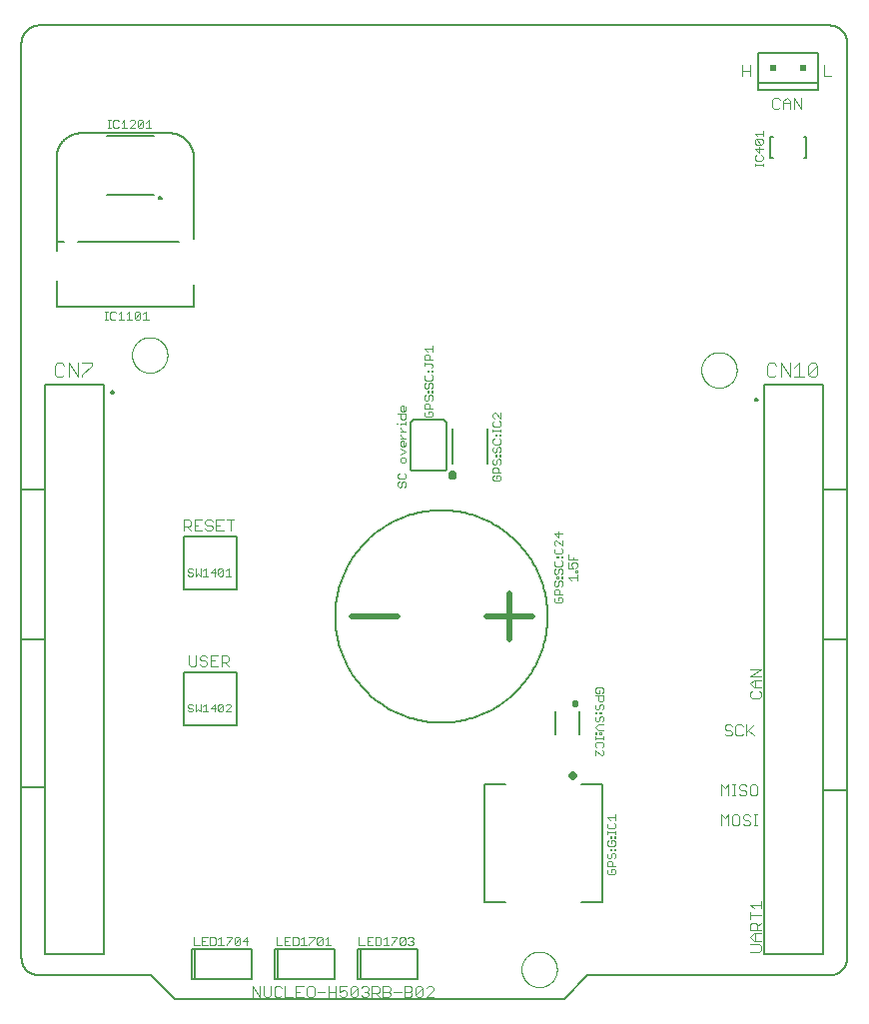
<source format=gto>
G04 EAGLE Gerber RS-274X export*
G75*
%MOMM*%
%FSLAX35Y35*%
%LPD*%
%INsilk_top*%
%IPPOS*%
%AMOC8*
5,1,8,0,0,1.08239X$1,22.5*%
G01*
%ADD10C,0.076200*%
%ADD11C,0.050800*%
%ADD12C,0.152400*%
%ADD13C,0.127000*%
%ADD14C,0.000000*%
%ADD15C,0.101600*%
%ADD16C,0.203200*%
%ADD17C,0.200000*%
%ADD18C,0.300000*%
%ADD19C,0.508000*%
%ADD20C,0.500000*%
%ADD21R,0.254000X2.540000*%
%ADD22R,0.508000X0.508000*%


D10*
X6176731Y408613D02*
X6253780Y408613D01*
X6269190Y424023D01*
X6269190Y454843D01*
X6253780Y470253D01*
X6176731Y470253D01*
X6207551Y500692D02*
X6269190Y500692D01*
X6207551Y500692D02*
X6176731Y531511D01*
X6207551Y562331D01*
X6269190Y562331D01*
X6222961Y562331D02*
X6222961Y500692D01*
X6269190Y592770D02*
X6176731Y592770D01*
X6176731Y639000D01*
X6192141Y654409D01*
X6222961Y654409D01*
X6238371Y639000D01*
X6238371Y592770D01*
X6238371Y623590D02*
X6269190Y654409D01*
X6269190Y715668D02*
X6176731Y715668D01*
X6176731Y684849D02*
X6176731Y746488D01*
X6207551Y776927D02*
X6176731Y807747D01*
X6269190Y807747D01*
X6269190Y838566D02*
X6269190Y776927D01*
X6176731Y2603922D02*
X6192141Y2619331D01*
X6176731Y2603922D02*
X6176731Y2573102D01*
X6192141Y2557692D01*
X6253780Y2557692D01*
X6269190Y2573102D01*
X6269190Y2603922D01*
X6253780Y2619331D01*
X6269190Y2649771D02*
X6207551Y2649771D01*
X6176731Y2680590D01*
X6207551Y2711410D01*
X6269190Y2711410D01*
X6222961Y2711410D02*
X6222961Y2649771D01*
X6269190Y2741849D02*
X6176731Y2741849D01*
X6269190Y2803488D01*
X6176731Y2803488D01*
X5930999Y1570269D02*
X5930999Y1477810D01*
X5961818Y1539449D02*
X5930999Y1570269D01*
X5961818Y1539449D02*
X5992638Y1570269D01*
X5992638Y1477810D01*
X6038487Y1570269D02*
X6069307Y1570269D01*
X6038487Y1570269D02*
X6023078Y1554859D01*
X6023078Y1493220D01*
X6038487Y1477810D01*
X6069307Y1477810D01*
X6084717Y1493220D01*
X6084717Y1554859D01*
X6069307Y1570269D01*
X6161385Y1570269D02*
X6176795Y1554859D01*
X6161385Y1570269D02*
X6130566Y1570269D01*
X6115156Y1554859D01*
X6115156Y1539449D01*
X6130566Y1524039D01*
X6161385Y1524039D01*
X6176795Y1508629D01*
X6176795Y1493220D01*
X6161385Y1477810D01*
X6130566Y1477810D01*
X6115156Y1493220D01*
X6207234Y1477810D02*
X6238054Y1477810D01*
X6222644Y1477810D02*
X6222644Y1570269D01*
X6207234Y1570269D02*
X6238054Y1570269D01*
X5930999Y1731810D02*
X5930999Y1824269D01*
X5961818Y1793449D01*
X5992638Y1824269D01*
X5992638Y1731810D01*
X6023078Y1731810D02*
X6053897Y1731810D01*
X6038487Y1731810D02*
X6038487Y1824269D01*
X6023078Y1824269D02*
X6053897Y1824269D01*
X6130693Y1824269D02*
X6146102Y1808859D01*
X6130693Y1824269D02*
X6099873Y1824269D01*
X6084463Y1808859D01*
X6084463Y1793449D01*
X6099873Y1778039D01*
X6130693Y1778039D01*
X6146102Y1762629D01*
X6146102Y1747220D01*
X6130693Y1731810D01*
X6099873Y1731810D01*
X6084463Y1747220D01*
X6191951Y1824269D02*
X6222771Y1824269D01*
X6191951Y1824269D02*
X6176542Y1808859D01*
X6176542Y1747220D01*
X6191951Y1731810D01*
X6222771Y1731810D01*
X6238181Y1747220D01*
X6238181Y1808859D01*
X6222771Y1824269D01*
X6023331Y2316859D02*
X6007921Y2332269D01*
X5977102Y2332269D01*
X5961692Y2316859D01*
X5961692Y2301449D01*
X5977102Y2286039D01*
X6007921Y2286039D01*
X6023331Y2270629D01*
X6023331Y2255220D01*
X6007921Y2239810D01*
X5977102Y2239810D01*
X5961692Y2255220D01*
X6100000Y2332269D02*
X6115409Y2316859D01*
X6100000Y2332269D02*
X6069180Y2332269D01*
X6053770Y2316859D01*
X6053770Y2255220D01*
X6069180Y2239810D01*
X6100000Y2239810D01*
X6115409Y2255220D01*
X6145849Y2239810D02*
X6145849Y2332269D01*
X6207488Y2332269D02*
X6145849Y2270629D01*
X6161258Y2286039D02*
X6207488Y2239810D01*
X6427331Y7630859D02*
X6411922Y7646269D01*
X6381102Y7646269D01*
X6365692Y7630859D01*
X6365692Y7569220D01*
X6381102Y7553810D01*
X6411922Y7553810D01*
X6427331Y7569220D01*
X6457771Y7553810D02*
X6457771Y7615449D01*
X6488590Y7646269D01*
X6519410Y7615449D01*
X6519410Y7553810D01*
X6519410Y7600039D02*
X6457771Y7600039D01*
X6549849Y7553810D02*
X6549849Y7646269D01*
X6611488Y7553810D01*
X6611488Y7646269D01*
X6803810Y7828810D02*
X6803810Y7921269D01*
X6803810Y7828810D02*
X6865449Y7828810D01*
X6111732Y7828810D02*
X6111732Y7921269D01*
X6111732Y7875039D02*
X6173371Y7875039D01*
X6173371Y7828810D02*
X6173371Y7921269D01*
D11*
X3201644Y4392388D02*
X3189980Y4380725D01*
X3189980Y4357398D01*
X3201644Y4345735D01*
X3213307Y4345735D01*
X3224970Y4357398D01*
X3224970Y4380725D01*
X3236633Y4392388D01*
X3248297Y4392388D01*
X3259960Y4380725D01*
X3259960Y4357398D01*
X3248297Y4345735D01*
X3189980Y4449784D02*
X3201644Y4461447D01*
X3189980Y4449784D02*
X3189980Y4426457D01*
X3201644Y4414794D01*
X3248297Y4414794D01*
X3259960Y4426457D01*
X3259960Y4449784D01*
X3248297Y4461447D01*
X3259960Y4564575D02*
X3259960Y4587901D01*
X3248297Y4599565D01*
X3224970Y4599565D01*
X3213307Y4587901D01*
X3213307Y4564575D01*
X3224970Y4552912D01*
X3248297Y4552912D01*
X3259960Y4564575D01*
X3213307Y4621970D02*
X3259960Y4645297D01*
X3213307Y4668623D01*
X3259960Y4702692D02*
X3259960Y4726019D01*
X3259960Y4702692D02*
X3248297Y4691029D01*
X3224970Y4691029D01*
X3213307Y4702692D01*
X3213307Y4726019D01*
X3224970Y4737682D01*
X3236633Y4737682D01*
X3236633Y4691029D01*
X3259960Y4760088D02*
X3213307Y4760088D01*
X3236633Y4760088D02*
X3213307Y4783414D01*
X3213307Y4795078D01*
X3213307Y4817637D02*
X3259960Y4817637D01*
X3236633Y4817637D02*
X3213307Y4840963D01*
X3213307Y4852627D01*
X3213307Y4875186D02*
X3213307Y4886849D01*
X3259960Y4886849D01*
X3259960Y4875186D02*
X3259960Y4898513D01*
X3189980Y4886849D02*
X3178317Y4886849D01*
X3189980Y4967878D02*
X3259960Y4967878D01*
X3259960Y4932888D01*
X3248297Y4921225D01*
X3224970Y4921225D01*
X3213307Y4932888D01*
X3213307Y4967878D01*
X3259960Y5001947D02*
X3259960Y5025273D01*
X3259960Y5001947D02*
X3248297Y4990284D01*
X3224970Y4990284D01*
X3213307Y5001947D01*
X3213307Y5025273D01*
X3224970Y5036937D01*
X3236633Y5036937D01*
X3236633Y4990284D01*
D10*
X1373613Y4071269D02*
X1373613Y3978810D01*
X1373613Y4071269D02*
X1419843Y4071269D01*
X1435252Y4055859D01*
X1435252Y4025039D01*
X1419843Y4009629D01*
X1373613Y4009629D01*
X1404433Y4009629D02*
X1435252Y3978810D01*
X1465692Y4071269D02*
X1527331Y4071269D01*
X1465692Y4071269D02*
X1465692Y3978810D01*
X1527331Y3978810D01*
X1496511Y4025039D02*
X1465692Y4025039D01*
X1603999Y4071269D02*
X1619409Y4055859D01*
X1603999Y4071269D02*
X1573180Y4071269D01*
X1557770Y4055859D01*
X1557770Y4040449D01*
X1573180Y4025039D01*
X1603999Y4025039D01*
X1619409Y4009629D01*
X1619409Y3994220D01*
X1603999Y3978810D01*
X1573180Y3978810D01*
X1557770Y3994220D01*
X1649848Y4071269D02*
X1711488Y4071269D01*
X1649848Y4071269D02*
X1649848Y3978810D01*
X1711488Y3978810D01*
X1680668Y4025039D02*
X1649848Y4025039D01*
X1772746Y3978810D02*
X1772746Y4071269D01*
X1741927Y4071269D02*
X1803566Y4071269D01*
X1419653Y2921269D02*
X1419653Y2844220D01*
X1435063Y2828810D01*
X1465882Y2828810D01*
X1481292Y2844220D01*
X1481292Y2921269D01*
X1557961Y2921269D02*
X1573370Y2905859D01*
X1557961Y2921269D02*
X1527141Y2921269D01*
X1511731Y2905859D01*
X1511731Y2890449D01*
X1527141Y2875039D01*
X1557961Y2875039D01*
X1573370Y2859629D01*
X1573370Y2844220D01*
X1557961Y2828810D01*
X1527141Y2828810D01*
X1511731Y2844220D01*
X1603810Y2921269D02*
X1665449Y2921269D01*
X1603810Y2921269D02*
X1603810Y2828810D01*
X1665449Y2828810D01*
X1634629Y2875039D02*
X1603810Y2875039D01*
X1695888Y2828810D02*
X1695888Y2921269D01*
X1742118Y2921269D01*
X1757527Y2905859D01*
X1757527Y2875039D01*
X1742118Y2859629D01*
X1695888Y2859629D01*
X1726708Y2859629D02*
X1757527Y2828810D01*
D12*
X192380Y4326927D02*
X7462Y4326927D01*
X7462Y3051927D02*
X192380Y3051927D01*
X192380Y1801927D02*
X7462Y1801927D01*
X6807462Y4326927D02*
X6992380Y4326927D01*
X6992380Y3051927D02*
X6807462Y3051927D01*
X6807462Y1776927D02*
X6992380Y1776927D01*
D13*
X0Y359000D02*
X0Y8109000D01*
X44Y8112625D01*
X175Y8116247D01*
X394Y8119865D01*
X700Y8123477D01*
X1094Y8127081D01*
X1574Y8130673D01*
X2141Y8134254D01*
X2794Y8137819D01*
X3534Y8141368D01*
X4359Y8144897D01*
X5269Y8148406D01*
X6263Y8151892D01*
X7342Y8155353D01*
X8503Y8158786D01*
X9748Y8162191D01*
X11074Y8165564D01*
X12481Y8168905D01*
X13969Y8172210D01*
X15536Y8175479D01*
X17182Y8178708D01*
X18905Y8181898D01*
X20705Y8185044D01*
X22580Y8188146D01*
X24529Y8191202D01*
X26552Y8194210D01*
X28647Y8197168D01*
X30813Y8200074D01*
X33049Y8202928D01*
X35353Y8205726D01*
X37723Y8208468D01*
X40160Y8211152D01*
X42660Y8213777D01*
X45223Y8216340D01*
X47848Y8218840D01*
X50532Y8221277D01*
X53274Y8223647D01*
X56072Y8225951D01*
X58926Y8228187D01*
X61832Y8230353D01*
X64790Y8232448D01*
X67798Y8234471D01*
X70854Y8236420D01*
X73956Y8238295D01*
X77102Y8240095D01*
X80292Y8241818D01*
X83521Y8243464D01*
X86790Y8245031D01*
X90095Y8246519D01*
X93436Y8247926D01*
X96809Y8249252D01*
X100214Y8250497D01*
X103647Y8251658D01*
X107108Y8252737D01*
X110594Y8253731D01*
X114103Y8254641D01*
X117632Y8255466D01*
X121181Y8256206D01*
X124746Y8256859D01*
X128327Y8257426D01*
X131919Y8257906D01*
X135523Y8258300D01*
X139135Y8258606D01*
X142753Y8258825D01*
X146375Y8258956D01*
X150000Y8259000D01*
X6850000Y8259000D01*
X6853625Y8258956D01*
X6857247Y8258825D01*
X6860865Y8258606D01*
X6864477Y8258300D01*
X6868081Y8257906D01*
X6871673Y8257426D01*
X6875254Y8256859D01*
X6878819Y8256206D01*
X6882368Y8255466D01*
X6885897Y8254641D01*
X6889406Y8253731D01*
X6892892Y8252737D01*
X6896353Y8251658D01*
X6899786Y8250497D01*
X6903191Y8249252D01*
X6906564Y8247926D01*
X6909905Y8246519D01*
X6913210Y8245031D01*
X6916479Y8243464D01*
X6919708Y8241818D01*
X6922898Y8240095D01*
X6926044Y8238295D01*
X6929146Y8236420D01*
X6932202Y8234471D01*
X6935210Y8232448D01*
X6938168Y8230353D01*
X6941074Y8228187D01*
X6943928Y8225951D01*
X6946726Y8223647D01*
X6949468Y8221277D01*
X6952152Y8218840D01*
X6954777Y8216340D01*
X6957340Y8213777D01*
X6959840Y8211152D01*
X6962277Y8208468D01*
X6964647Y8205726D01*
X6966951Y8202928D01*
X6969187Y8200074D01*
X6971353Y8197168D01*
X6973448Y8194210D01*
X6975471Y8191202D01*
X6977420Y8188146D01*
X6979295Y8185044D01*
X6981095Y8181898D01*
X6982818Y8178708D01*
X6984464Y8175479D01*
X6986031Y8172210D01*
X6987519Y8168905D01*
X6988926Y8165564D01*
X6990252Y8162191D01*
X6991497Y8158786D01*
X6992658Y8155353D01*
X6993737Y8151892D01*
X6994731Y8148406D01*
X6995641Y8144897D01*
X6996466Y8141368D01*
X6997206Y8137819D01*
X6997859Y8134254D01*
X6998426Y8130673D01*
X6998906Y8127081D01*
X6999300Y8123477D01*
X6999606Y8119865D01*
X6999825Y8116247D01*
X6999956Y8112625D01*
X7000000Y8109000D01*
X7000000Y359000D01*
X6999956Y355375D01*
X6999825Y351753D01*
X6999606Y348135D01*
X6999300Y344523D01*
X6998906Y340919D01*
X6998426Y337327D01*
X6997859Y333746D01*
X6997206Y330181D01*
X6996466Y326632D01*
X6995641Y323103D01*
X6994731Y319594D01*
X6993737Y316108D01*
X6992658Y312647D01*
X6991497Y309214D01*
X6990252Y305809D01*
X6988926Y302436D01*
X6987519Y299095D01*
X6986031Y295790D01*
X6984464Y292521D01*
X6982818Y289292D01*
X6981095Y286102D01*
X6979295Y282956D01*
X6977420Y279854D01*
X6975471Y276798D01*
X6973448Y273790D01*
X6971353Y270832D01*
X6969187Y267926D01*
X6966951Y265072D01*
X6964647Y262274D01*
X6962277Y259532D01*
X6959840Y256848D01*
X6957340Y254223D01*
X6954777Y251660D01*
X6952152Y249160D01*
X6949468Y246723D01*
X6946726Y244353D01*
X6943928Y242049D01*
X6941074Y239813D01*
X6938168Y237647D01*
X6935210Y235552D01*
X6932202Y233529D01*
X6929146Y231580D01*
X6926044Y229705D01*
X6922898Y227905D01*
X6919708Y226182D01*
X6916479Y224536D01*
X6913210Y222969D01*
X6909905Y221481D01*
X6906564Y220074D01*
X6903191Y218748D01*
X6899786Y217503D01*
X6896353Y216342D01*
X6892892Y215263D01*
X6889406Y214269D01*
X6885897Y213359D01*
X6882368Y212534D01*
X6878819Y211794D01*
X6875254Y211141D01*
X6871673Y210574D01*
X6868081Y210094D01*
X6864477Y209700D01*
X6860865Y209394D01*
X6857247Y209175D01*
X6853625Y209044D01*
X6850000Y209000D01*
X4800000Y209000D01*
X4600000Y9000D01*
X1300000Y9000D01*
X1100000Y209000D01*
X150000Y209000D01*
X146375Y209044D01*
X142753Y209175D01*
X139135Y209394D01*
X135523Y209700D01*
X131919Y210094D01*
X128327Y210574D01*
X124746Y211141D01*
X121181Y211794D01*
X117632Y212534D01*
X114103Y213359D01*
X110594Y214269D01*
X107108Y215263D01*
X103647Y216342D01*
X100214Y217503D01*
X96809Y218748D01*
X93436Y220074D01*
X90095Y221481D01*
X86790Y222969D01*
X83521Y224536D01*
X80292Y226182D01*
X77102Y227905D01*
X73956Y229705D01*
X70854Y231580D01*
X67798Y233529D01*
X64790Y235552D01*
X61832Y237647D01*
X58926Y239813D01*
X56072Y242049D01*
X53274Y244353D01*
X50532Y246723D01*
X47848Y249160D01*
X45223Y251660D01*
X42660Y254223D01*
X40160Y256848D01*
X37723Y259532D01*
X35353Y262274D01*
X33049Y265072D01*
X30813Y267926D01*
X28647Y270832D01*
X26552Y273790D01*
X24529Y276798D01*
X22580Y279854D01*
X20705Y282956D01*
X18905Y286102D01*
X17182Y289292D01*
X15536Y292521D01*
X13969Y295790D01*
X12481Y299095D01*
X11074Y302436D01*
X9748Y305809D01*
X8503Y309214D01*
X7342Y312647D01*
X6263Y316108D01*
X5269Y319594D01*
X4359Y323103D01*
X3534Y326632D01*
X2794Y330181D01*
X2141Y333746D01*
X1574Y337327D01*
X1094Y340919D01*
X700Y344523D01*
X394Y348135D01*
X175Y351753D01*
X44Y355375D01*
X0Y359000D01*
X6298000Y386000D02*
X6298000Y5212000D01*
X6298000Y386000D02*
X6798000Y386000D01*
X6798000Y5212000D01*
X6298000Y5212000D01*
X202000Y5212000D02*
X202000Y386000D01*
X702000Y386000D01*
X702000Y5212000D01*
X202000Y5212000D01*
D14*
X4239000Y259000D02*
X4239045Y262681D01*
X4239181Y266360D01*
X4239406Y270035D01*
X4239722Y273703D01*
X4240128Y277362D01*
X4240624Y281010D01*
X4241208Y284644D01*
X4241882Y288264D01*
X4242645Y291865D01*
X4243495Y295447D01*
X4244434Y299007D01*
X4245459Y302543D01*
X4246571Y306052D01*
X4247768Y309533D01*
X4249051Y312984D01*
X4250418Y316403D01*
X4251869Y319786D01*
X4253402Y323133D01*
X4255016Y326442D01*
X4256712Y329710D01*
X4258487Y332935D01*
X4260341Y336115D01*
X4262272Y339250D01*
X4264280Y342336D01*
X4266362Y345371D01*
X4268519Y348355D01*
X4270748Y351285D01*
X4273048Y354159D01*
X4275419Y356976D01*
X4277857Y359734D01*
X4280363Y362431D01*
X4282934Y365066D01*
X4285569Y367637D01*
X4288266Y370143D01*
X4291024Y372581D01*
X4293841Y374952D01*
X4296715Y377252D01*
X4299645Y379481D01*
X4302629Y381638D01*
X4305664Y383720D01*
X4308750Y385728D01*
X4311885Y387659D01*
X4315065Y389513D01*
X4318290Y391288D01*
X4321558Y392984D01*
X4324867Y394598D01*
X4328214Y396131D01*
X4331597Y397582D01*
X4335016Y398949D01*
X4338467Y400232D01*
X4341948Y401429D01*
X4345457Y402541D01*
X4348993Y403566D01*
X4352553Y404505D01*
X4356135Y405355D01*
X4359736Y406118D01*
X4363356Y406792D01*
X4366990Y407376D01*
X4370638Y407872D01*
X4374297Y408278D01*
X4377965Y408594D01*
X4381640Y408819D01*
X4385319Y408955D01*
X4389000Y409000D01*
X4392681Y408955D01*
X4396360Y408819D01*
X4400035Y408594D01*
X4403703Y408278D01*
X4407362Y407872D01*
X4411010Y407376D01*
X4414644Y406792D01*
X4418264Y406118D01*
X4421865Y405355D01*
X4425447Y404505D01*
X4429007Y403566D01*
X4432543Y402541D01*
X4436052Y401429D01*
X4439533Y400232D01*
X4442984Y398949D01*
X4446403Y397582D01*
X4449786Y396131D01*
X4453133Y394598D01*
X4456442Y392984D01*
X4459710Y391288D01*
X4462935Y389513D01*
X4466115Y387659D01*
X4469250Y385728D01*
X4472336Y383720D01*
X4475371Y381638D01*
X4478355Y379481D01*
X4481285Y377252D01*
X4484159Y374952D01*
X4486976Y372581D01*
X4489734Y370143D01*
X4492431Y367637D01*
X4495066Y365066D01*
X4497637Y362431D01*
X4500143Y359734D01*
X4502581Y356976D01*
X4504952Y354159D01*
X4507252Y351285D01*
X4509481Y348355D01*
X4511638Y345371D01*
X4513720Y342336D01*
X4515728Y339250D01*
X4517659Y336115D01*
X4519513Y332935D01*
X4521288Y329710D01*
X4522984Y326442D01*
X4524598Y323133D01*
X4526131Y319786D01*
X4527582Y316403D01*
X4528949Y312984D01*
X4530232Y309533D01*
X4531429Y306052D01*
X4532541Y302543D01*
X4533566Y299007D01*
X4534505Y295447D01*
X4535355Y291865D01*
X4536118Y288264D01*
X4536792Y284644D01*
X4537376Y281010D01*
X4537872Y277362D01*
X4538278Y273703D01*
X4538594Y270035D01*
X4538819Y266360D01*
X4538955Y262681D01*
X4539000Y259000D01*
X4538955Y255319D01*
X4538819Y251640D01*
X4538594Y247965D01*
X4538278Y244297D01*
X4537872Y240638D01*
X4537376Y236990D01*
X4536792Y233356D01*
X4536118Y229736D01*
X4535355Y226135D01*
X4534505Y222553D01*
X4533566Y218993D01*
X4532541Y215457D01*
X4531429Y211948D01*
X4530232Y208467D01*
X4528949Y205016D01*
X4527582Y201597D01*
X4526131Y198214D01*
X4524598Y194867D01*
X4522984Y191558D01*
X4521288Y188290D01*
X4519513Y185065D01*
X4517659Y181885D01*
X4515728Y178750D01*
X4513720Y175664D01*
X4511638Y172629D01*
X4509481Y169645D01*
X4507252Y166715D01*
X4504952Y163841D01*
X4502581Y161024D01*
X4500143Y158266D01*
X4497637Y155569D01*
X4495066Y152934D01*
X4492431Y150363D01*
X4489734Y147857D01*
X4486976Y145419D01*
X4484159Y143048D01*
X4481285Y140748D01*
X4478355Y138519D01*
X4475371Y136362D01*
X4472336Y134280D01*
X4469250Y132272D01*
X4466115Y130341D01*
X4462935Y128487D01*
X4459710Y126712D01*
X4456442Y125016D01*
X4453133Y123402D01*
X4449786Y121869D01*
X4446403Y120418D01*
X4442984Y119051D01*
X4439533Y117768D01*
X4436052Y116571D01*
X4432543Y115459D01*
X4429007Y114434D01*
X4425447Y113495D01*
X4421865Y112645D01*
X4418264Y111882D01*
X4414644Y111208D01*
X4411010Y110624D01*
X4407362Y110128D01*
X4403703Y109722D01*
X4400035Y109406D01*
X4396360Y109181D01*
X4392681Y109045D01*
X4389000Y109000D01*
X4385319Y109045D01*
X4381640Y109181D01*
X4377965Y109406D01*
X4374297Y109722D01*
X4370638Y110128D01*
X4366990Y110624D01*
X4363356Y111208D01*
X4359736Y111882D01*
X4356135Y112645D01*
X4352553Y113495D01*
X4348993Y114434D01*
X4345457Y115459D01*
X4341948Y116571D01*
X4338467Y117768D01*
X4335016Y119051D01*
X4331597Y120418D01*
X4328214Y121869D01*
X4324867Y123402D01*
X4321558Y125016D01*
X4318290Y126712D01*
X4315065Y128487D01*
X4311885Y130341D01*
X4308750Y132272D01*
X4305664Y134280D01*
X4302629Y136362D01*
X4299645Y138519D01*
X4296715Y140748D01*
X4293841Y143048D01*
X4291024Y145419D01*
X4288266Y147857D01*
X4285569Y150363D01*
X4282934Y152934D01*
X4280363Y155569D01*
X4277857Y158266D01*
X4275419Y161024D01*
X4273048Y163841D01*
X4270748Y166715D01*
X4268519Y169645D01*
X4266362Y172629D01*
X4264280Y175664D01*
X4262272Y178750D01*
X4260341Y181885D01*
X4258487Y185065D01*
X4256712Y188290D01*
X4255016Y191558D01*
X4253402Y194867D01*
X4251869Y198214D01*
X4250418Y201597D01*
X4249051Y205016D01*
X4247768Y208467D01*
X4246571Y211948D01*
X4245459Y215457D01*
X4244434Y218993D01*
X4243495Y222553D01*
X4242645Y226135D01*
X4241882Y229736D01*
X4241208Y233356D01*
X4240624Y236990D01*
X4240128Y240638D01*
X4239722Y244297D01*
X4239406Y247965D01*
X4239181Y251640D01*
X4239045Y255319D01*
X4239000Y259000D01*
X5763000Y5339000D02*
X5763045Y5342681D01*
X5763181Y5346360D01*
X5763406Y5350035D01*
X5763722Y5353703D01*
X5764128Y5357362D01*
X5764624Y5361010D01*
X5765208Y5364644D01*
X5765882Y5368264D01*
X5766645Y5371865D01*
X5767495Y5375447D01*
X5768434Y5379007D01*
X5769459Y5382543D01*
X5770571Y5386052D01*
X5771768Y5389533D01*
X5773051Y5392984D01*
X5774418Y5396403D01*
X5775869Y5399786D01*
X5777402Y5403133D01*
X5779016Y5406442D01*
X5780712Y5409710D01*
X5782487Y5412935D01*
X5784341Y5416115D01*
X5786272Y5419250D01*
X5788280Y5422336D01*
X5790362Y5425371D01*
X5792519Y5428355D01*
X5794748Y5431285D01*
X5797048Y5434159D01*
X5799419Y5436976D01*
X5801857Y5439734D01*
X5804363Y5442431D01*
X5806934Y5445066D01*
X5809569Y5447637D01*
X5812266Y5450143D01*
X5815024Y5452581D01*
X5817841Y5454952D01*
X5820715Y5457252D01*
X5823645Y5459481D01*
X5826629Y5461638D01*
X5829664Y5463720D01*
X5832750Y5465728D01*
X5835885Y5467659D01*
X5839065Y5469513D01*
X5842290Y5471288D01*
X5845558Y5472984D01*
X5848867Y5474598D01*
X5852214Y5476131D01*
X5855597Y5477582D01*
X5859016Y5478949D01*
X5862467Y5480232D01*
X5865948Y5481429D01*
X5869457Y5482541D01*
X5872993Y5483566D01*
X5876553Y5484505D01*
X5880135Y5485355D01*
X5883736Y5486118D01*
X5887356Y5486792D01*
X5890990Y5487376D01*
X5894638Y5487872D01*
X5898297Y5488278D01*
X5901965Y5488594D01*
X5905640Y5488819D01*
X5909319Y5488955D01*
X5913000Y5489000D01*
X5916681Y5488955D01*
X5920360Y5488819D01*
X5924035Y5488594D01*
X5927703Y5488278D01*
X5931362Y5487872D01*
X5935010Y5487376D01*
X5938644Y5486792D01*
X5942264Y5486118D01*
X5945865Y5485355D01*
X5949447Y5484505D01*
X5953007Y5483566D01*
X5956543Y5482541D01*
X5960052Y5481429D01*
X5963533Y5480232D01*
X5966984Y5478949D01*
X5970403Y5477582D01*
X5973786Y5476131D01*
X5977133Y5474598D01*
X5980442Y5472984D01*
X5983710Y5471288D01*
X5986935Y5469513D01*
X5990115Y5467659D01*
X5993250Y5465728D01*
X5996336Y5463720D01*
X5999371Y5461638D01*
X6002355Y5459481D01*
X6005285Y5457252D01*
X6008159Y5454952D01*
X6010976Y5452581D01*
X6013734Y5450143D01*
X6016431Y5447637D01*
X6019066Y5445066D01*
X6021637Y5442431D01*
X6024143Y5439734D01*
X6026581Y5436976D01*
X6028952Y5434159D01*
X6031252Y5431285D01*
X6033481Y5428355D01*
X6035638Y5425371D01*
X6037720Y5422336D01*
X6039728Y5419250D01*
X6041659Y5416115D01*
X6043513Y5412935D01*
X6045288Y5409710D01*
X6046984Y5406442D01*
X6048598Y5403133D01*
X6050131Y5399786D01*
X6051582Y5396403D01*
X6052949Y5392984D01*
X6054232Y5389533D01*
X6055429Y5386052D01*
X6056541Y5382543D01*
X6057566Y5379007D01*
X6058505Y5375447D01*
X6059355Y5371865D01*
X6060118Y5368264D01*
X6060792Y5364644D01*
X6061376Y5361010D01*
X6061872Y5357362D01*
X6062278Y5353703D01*
X6062594Y5350035D01*
X6062819Y5346360D01*
X6062955Y5342681D01*
X6063000Y5339000D01*
X6062955Y5335319D01*
X6062819Y5331640D01*
X6062594Y5327965D01*
X6062278Y5324297D01*
X6061872Y5320638D01*
X6061376Y5316990D01*
X6060792Y5313356D01*
X6060118Y5309736D01*
X6059355Y5306135D01*
X6058505Y5302553D01*
X6057566Y5298993D01*
X6056541Y5295457D01*
X6055429Y5291948D01*
X6054232Y5288467D01*
X6052949Y5285016D01*
X6051582Y5281597D01*
X6050131Y5278214D01*
X6048598Y5274867D01*
X6046984Y5271558D01*
X6045288Y5268290D01*
X6043513Y5265065D01*
X6041659Y5261885D01*
X6039728Y5258750D01*
X6037720Y5255664D01*
X6035638Y5252629D01*
X6033481Y5249645D01*
X6031252Y5246715D01*
X6028952Y5243841D01*
X6026581Y5241024D01*
X6024143Y5238266D01*
X6021637Y5235569D01*
X6019066Y5232934D01*
X6016431Y5230363D01*
X6013734Y5227857D01*
X6010976Y5225419D01*
X6008159Y5223048D01*
X6005285Y5220748D01*
X6002355Y5218519D01*
X5999371Y5216362D01*
X5996336Y5214280D01*
X5993250Y5212272D01*
X5990115Y5210341D01*
X5986935Y5208487D01*
X5983710Y5206712D01*
X5980442Y5205016D01*
X5977133Y5203402D01*
X5973786Y5201869D01*
X5970403Y5200418D01*
X5966984Y5199051D01*
X5963533Y5197768D01*
X5960052Y5196571D01*
X5956543Y5195459D01*
X5953007Y5194434D01*
X5949447Y5193495D01*
X5945865Y5192645D01*
X5942264Y5191882D01*
X5938644Y5191208D01*
X5935010Y5190624D01*
X5931362Y5190128D01*
X5927703Y5189722D01*
X5924035Y5189406D01*
X5920360Y5189181D01*
X5916681Y5189045D01*
X5913000Y5189000D01*
X5909319Y5189045D01*
X5905640Y5189181D01*
X5901965Y5189406D01*
X5898297Y5189722D01*
X5894638Y5190128D01*
X5890990Y5190624D01*
X5887356Y5191208D01*
X5883736Y5191882D01*
X5880135Y5192645D01*
X5876553Y5193495D01*
X5872993Y5194434D01*
X5869457Y5195459D01*
X5865948Y5196571D01*
X5862467Y5197768D01*
X5859016Y5199051D01*
X5855597Y5200418D01*
X5852214Y5201869D01*
X5848867Y5203402D01*
X5845558Y5205016D01*
X5842290Y5206712D01*
X5839065Y5208487D01*
X5835885Y5210341D01*
X5832750Y5212272D01*
X5829664Y5214280D01*
X5826629Y5216362D01*
X5823645Y5218519D01*
X5820715Y5220748D01*
X5817841Y5223048D01*
X5815024Y5225419D01*
X5812266Y5227857D01*
X5809569Y5230363D01*
X5806934Y5232934D01*
X5804363Y5235569D01*
X5801857Y5238266D01*
X5799419Y5241024D01*
X5797048Y5243841D01*
X5794748Y5246715D01*
X5792519Y5249645D01*
X5790362Y5252629D01*
X5788280Y5255664D01*
X5786272Y5258750D01*
X5784341Y5261885D01*
X5782487Y5265065D01*
X5780712Y5268290D01*
X5779016Y5271558D01*
X5777402Y5274867D01*
X5775869Y5278214D01*
X5774418Y5281597D01*
X5773051Y5285016D01*
X5771768Y5288467D01*
X5770571Y5291948D01*
X5769459Y5295457D01*
X5768434Y5298993D01*
X5767495Y5302553D01*
X5766645Y5306135D01*
X5765882Y5309736D01*
X5765208Y5313356D01*
X5764624Y5316990D01*
X5764128Y5320638D01*
X5763722Y5324297D01*
X5763406Y5327965D01*
X5763181Y5331640D01*
X5763045Y5335319D01*
X5763000Y5339000D01*
X937000Y5466000D02*
X937045Y5469681D01*
X937181Y5473360D01*
X937406Y5477035D01*
X937722Y5480703D01*
X938128Y5484362D01*
X938624Y5488010D01*
X939208Y5491644D01*
X939882Y5495264D01*
X940645Y5498865D01*
X941495Y5502447D01*
X942434Y5506007D01*
X943459Y5509543D01*
X944571Y5513052D01*
X945768Y5516533D01*
X947051Y5519984D01*
X948418Y5523403D01*
X949869Y5526786D01*
X951402Y5530133D01*
X953016Y5533442D01*
X954712Y5536710D01*
X956487Y5539935D01*
X958341Y5543115D01*
X960272Y5546250D01*
X962280Y5549336D01*
X964362Y5552371D01*
X966519Y5555355D01*
X968748Y5558285D01*
X971048Y5561159D01*
X973419Y5563976D01*
X975857Y5566734D01*
X978363Y5569431D01*
X980934Y5572066D01*
X983569Y5574637D01*
X986266Y5577143D01*
X989024Y5579581D01*
X991841Y5581952D01*
X994715Y5584252D01*
X997645Y5586481D01*
X1000629Y5588638D01*
X1003664Y5590720D01*
X1006750Y5592728D01*
X1009885Y5594659D01*
X1013065Y5596513D01*
X1016290Y5598288D01*
X1019558Y5599984D01*
X1022867Y5601598D01*
X1026214Y5603131D01*
X1029597Y5604582D01*
X1033016Y5605949D01*
X1036467Y5607232D01*
X1039948Y5608429D01*
X1043457Y5609541D01*
X1046993Y5610566D01*
X1050553Y5611505D01*
X1054135Y5612355D01*
X1057736Y5613118D01*
X1061356Y5613792D01*
X1064990Y5614376D01*
X1068638Y5614872D01*
X1072297Y5615278D01*
X1075965Y5615594D01*
X1079640Y5615819D01*
X1083319Y5615955D01*
X1087000Y5616000D01*
X1090681Y5615955D01*
X1094360Y5615819D01*
X1098035Y5615594D01*
X1101703Y5615278D01*
X1105362Y5614872D01*
X1109010Y5614376D01*
X1112644Y5613792D01*
X1116264Y5613118D01*
X1119865Y5612355D01*
X1123447Y5611505D01*
X1127007Y5610566D01*
X1130543Y5609541D01*
X1134052Y5608429D01*
X1137533Y5607232D01*
X1140984Y5605949D01*
X1144403Y5604582D01*
X1147786Y5603131D01*
X1151133Y5601598D01*
X1154442Y5599984D01*
X1157710Y5598288D01*
X1160935Y5596513D01*
X1164115Y5594659D01*
X1167250Y5592728D01*
X1170336Y5590720D01*
X1173371Y5588638D01*
X1176355Y5586481D01*
X1179285Y5584252D01*
X1182159Y5581952D01*
X1184976Y5579581D01*
X1187734Y5577143D01*
X1190431Y5574637D01*
X1193066Y5572066D01*
X1195637Y5569431D01*
X1198143Y5566734D01*
X1200581Y5563976D01*
X1202952Y5561159D01*
X1205252Y5558285D01*
X1207481Y5555355D01*
X1209638Y5552371D01*
X1211720Y5549336D01*
X1213728Y5546250D01*
X1215659Y5543115D01*
X1217513Y5539935D01*
X1219288Y5536710D01*
X1220984Y5533442D01*
X1222598Y5530133D01*
X1224131Y5526786D01*
X1225582Y5523403D01*
X1226949Y5519984D01*
X1228232Y5516533D01*
X1229429Y5513052D01*
X1230541Y5509543D01*
X1231566Y5506007D01*
X1232505Y5502447D01*
X1233355Y5498865D01*
X1234118Y5495264D01*
X1234792Y5491644D01*
X1235376Y5488010D01*
X1235872Y5484362D01*
X1236278Y5480703D01*
X1236594Y5477035D01*
X1236819Y5473360D01*
X1236955Y5469681D01*
X1237000Y5466000D01*
X1236955Y5462319D01*
X1236819Y5458640D01*
X1236594Y5454965D01*
X1236278Y5451297D01*
X1235872Y5447638D01*
X1235376Y5443990D01*
X1234792Y5440356D01*
X1234118Y5436736D01*
X1233355Y5433135D01*
X1232505Y5429553D01*
X1231566Y5425993D01*
X1230541Y5422457D01*
X1229429Y5418948D01*
X1228232Y5415467D01*
X1226949Y5412016D01*
X1225582Y5408597D01*
X1224131Y5405214D01*
X1222598Y5401867D01*
X1220984Y5398558D01*
X1219288Y5395290D01*
X1217513Y5392065D01*
X1215659Y5388885D01*
X1213728Y5385750D01*
X1211720Y5382664D01*
X1209638Y5379629D01*
X1207481Y5376645D01*
X1205252Y5373715D01*
X1202952Y5370841D01*
X1200581Y5368024D01*
X1198143Y5365266D01*
X1195637Y5362569D01*
X1193066Y5359934D01*
X1190431Y5357363D01*
X1187734Y5354857D01*
X1184976Y5352419D01*
X1182159Y5350048D01*
X1179285Y5347748D01*
X1176355Y5345519D01*
X1173371Y5343362D01*
X1170336Y5341280D01*
X1167250Y5339272D01*
X1164115Y5337341D01*
X1160935Y5335487D01*
X1157710Y5333712D01*
X1154442Y5332016D01*
X1151133Y5330402D01*
X1147786Y5328869D01*
X1144403Y5327418D01*
X1140984Y5326051D01*
X1137533Y5324768D01*
X1134052Y5323571D01*
X1130543Y5322459D01*
X1127007Y5321434D01*
X1123447Y5320495D01*
X1119865Y5319645D01*
X1116264Y5318882D01*
X1112644Y5318208D01*
X1109010Y5317624D01*
X1105362Y5317128D01*
X1101703Y5316722D01*
X1098035Y5316406D01*
X1094360Y5316181D01*
X1090681Y5316045D01*
X1087000Y5316000D01*
X1083319Y5316045D01*
X1079640Y5316181D01*
X1075965Y5316406D01*
X1072297Y5316722D01*
X1068638Y5317128D01*
X1064990Y5317624D01*
X1061356Y5318208D01*
X1057736Y5318882D01*
X1054135Y5319645D01*
X1050553Y5320495D01*
X1046993Y5321434D01*
X1043457Y5322459D01*
X1039948Y5323571D01*
X1036467Y5324768D01*
X1033016Y5326051D01*
X1029597Y5327418D01*
X1026214Y5328869D01*
X1022867Y5330402D01*
X1019558Y5332016D01*
X1016290Y5333712D01*
X1013065Y5335487D01*
X1009885Y5337341D01*
X1006750Y5339272D01*
X1003664Y5341280D01*
X1000629Y5343362D01*
X997645Y5345519D01*
X994715Y5347748D01*
X991841Y5350048D01*
X989024Y5352419D01*
X986266Y5354857D01*
X983569Y5357363D01*
X980934Y5359934D01*
X978363Y5362569D01*
X975857Y5365266D01*
X973419Y5368024D01*
X971048Y5370841D01*
X968748Y5373715D01*
X966519Y5376645D01*
X964362Y5379629D01*
X962280Y5382664D01*
X960272Y5385750D01*
X958341Y5388885D01*
X956487Y5392065D01*
X954712Y5395290D01*
X953016Y5398558D01*
X951402Y5401867D01*
X949869Y5405214D01*
X948418Y5408597D01*
X947051Y5412016D01*
X945768Y5415467D01*
X944571Y5418948D01*
X943459Y5422457D01*
X942434Y5425993D01*
X941495Y5429553D01*
X940645Y5433135D01*
X939882Y5436736D01*
X939208Y5440356D01*
X938624Y5443990D01*
X938128Y5447638D01*
X937722Y5451297D01*
X937406Y5454965D01*
X937181Y5458640D01*
X937045Y5462319D01*
X937000Y5466000D01*
D10*
X1959141Y116269D02*
X1959141Y23810D01*
X2020780Y23810D02*
X1959141Y116269D01*
X2020780Y116269D02*
X2020780Y23810D01*
X2051220Y39220D02*
X2051220Y116269D01*
X2051220Y39220D02*
X2066629Y23810D01*
X2097449Y23810D01*
X2112859Y39220D01*
X2112859Y116269D01*
X2189528Y116269D02*
X2204937Y100859D01*
X2189528Y116269D02*
X2158708Y116269D01*
X2143298Y100859D01*
X2143298Y39220D01*
X2158708Y23810D01*
X2189528Y23810D01*
X2204937Y39220D01*
X2235377Y23810D02*
X2235377Y116269D01*
X2235377Y23810D02*
X2297016Y23810D01*
X2327455Y116269D02*
X2389094Y116269D01*
X2327455Y116269D02*
X2327455Y23810D01*
X2389094Y23810D01*
X2358274Y70039D02*
X2327455Y70039D01*
X2434943Y116269D02*
X2465763Y116269D01*
X2434943Y116269D02*
X2419533Y100859D01*
X2419533Y39220D01*
X2434943Y23810D01*
X2465763Y23810D01*
X2481173Y39220D01*
X2481173Y100859D01*
X2465763Y116269D01*
X2511612Y70039D02*
X2573251Y70039D01*
X2603690Y23810D02*
X2603690Y116269D01*
X2603690Y70039D02*
X2665329Y70039D01*
X2665329Y23810D02*
X2665329Y116269D01*
X2695769Y116269D02*
X2757408Y116269D01*
X2695769Y116269D02*
X2695769Y70039D01*
X2726588Y85449D01*
X2741998Y85449D01*
X2757408Y70039D01*
X2757408Y39220D01*
X2741998Y23810D01*
X2711178Y23810D01*
X2695769Y39220D01*
X2787847Y39220D02*
X2787847Y100859D01*
X2803257Y116269D01*
X2834077Y116269D01*
X2849486Y100859D01*
X2849486Y39220D01*
X2834077Y23810D01*
X2803257Y23810D01*
X2787847Y39220D01*
X2849486Y100859D01*
X2879926Y100859D02*
X2895335Y116269D01*
X2926155Y116269D01*
X2941565Y100859D01*
X2941565Y85449D01*
X2926155Y70039D01*
X2910745Y70039D01*
X2926155Y70039D02*
X2941565Y54629D01*
X2941565Y39220D01*
X2926155Y23810D01*
X2895335Y23810D01*
X2879926Y39220D01*
X2972004Y23810D02*
X2972004Y116269D01*
X3018233Y116269D01*
X3033643Y100859D01*
X3033643Y70039D01*
X3018233Y54629D01*
X2972004Y54629D01*
X3002823Y54629D02*
X3033643Y23810D01*
X3064083Y23810D02*
X3064083Y116269D01*
X3110312Y116269D01*
X3125722Y100859D01*
X3125722Y85449D01*
X3110312Y70039D01*
X3125722Y54629D01*
X3125722Y39220D01*
X3110312Y23810D01*
X3064083Y23810D01*
X3064083Y70039D02*
X3110312Y70039D01*
X3156161Y70039D02*
X3217800Y70039D01*
X3248239Y23810D02*
X3248239Y116269D01*
X3294469Y116269D01*
X3309878Y100859D01*
X3309878Y85449D01*
X3294469Y70039D01*
X3309878Y54629D01*
X3309878Y39220D01*
X3294469Y23810D01*
X3248239Y23810D01*
X3248239Y70039D02*
X3294469Y70039D01*
X3340318Y39220D02*
X3340318Y100859D01*
X3355728Y116269D01*
X3386547Y116269D01*
X3401957Y100859D01*
X3401957Y39220D01*
X3386547Y23810D01*
X3355728Y23810D01*
X3340318Y39220D01*
X3401957Y100859D01*
X3432396Y23810D02*
X3494035Y23810D01*
X3432396Y23810D02*
X3494035Y85449D01*
X3494035Y100859D01*
X3478626Y116269D01*
X3447806Y116269D01*
X3432396Y100859D01*
D15*
X359630Y5379530D02*
X340140Y5399020D01*
X301160Y5399020D01*
X281670Y5379530D01*
X281670Y5301570D01*
X301160Y5282080D01*
X340140Y5282080D01*
X359630Y5301570D01*
X398610Y5282080D02*
X398610Y5399020D01*
X476570Y5282080D01*
X476570Y5399020D01*
X515550Y5399020D02*
X593509Y5399020D01*
X593509Y5379530D01*
X515550Y5301570D01*
X515550Y5282080D01*
X6377670Y5399020D02*
X6397160Y5379530D01*
X6377670Y5399020D02*
X6338690Y5399020D01*
X6319200Y5379530D01*
X6319200Y5301570D01*
X6338690Y5282080D01*
X6377670Y5282080D01*
X6397160Y5301570D01*
X6436140Y5282080D02*
X6436140Y5399020D01*
X6514100Y5282080D01*
X6514100Y5399020D01*
X6553080Y5360040D02*
X6592059Y5399020D01*
X6592059Y5282080D01*
X6553080Y5282080D02*
X6631039Y5282080D01*
X6670019Y5301570D02*
X6670019Y5379530D01*
X6689509Y5399020D01*
X6728489Y5399020D01*
X6747979Y5379530D01*
X6747979Y5301570D01*
X6728489Y5282080D01*
X6689509Y5282080D01*
X6670019Y5301570D01*
X6747979Y5379530D01*
D16*
X759340Y5150000D02*
X759343Y5150249D01*
X759352Y5150499D01*
X759368Y5150747D01*
X759389Y5150996D01*
X759416Y5151244D01*
X759450Y5151491D01*
X759490Y5151737D01*
X759535Y5151982D01*
X759587Y5152226D01*
X759644Y5152469D01*
X759708Y5152710D01*
X759777Y5152949D01*
X759853Y5153187D01*
X759934Y5153423D01*
X760021Y5153657D01*
X760113Y5153888D01*
X760212Y5154117D01*
X760315Y5154344D01*
X760425Y5154568D01*
X760540Y5154789D01*
X760660Y5155008D01*
X760785Y5155223D01*
X760916Y5155436D01*
X761052Y5155645D01*
X761193Y5155850D01*
X761339Y5156052D01*
X761490Y5156251D01*
X761646Y5156445D01*
X761807Y5156636D01*
X761972Y5156823D01*
X762142Y5157006D01*
X762316Y5157184D01*
X762494Y5157358D01*
X762677Y5157528D01*
X762864Y5157693D01*
X763055Y5157854D01*
X763249Y5158010D01*
X763448Y5158161D01*
X763650Y5158307D01*
X763855Y5158448D01*
X764064Y5158584D01*
X764277Y5158715D01*
X764492Y5158840D01*
X764711Y5158960D01*
X764932Y5159075D01*
X765156Y5159185D01*
X765383Y5159288D01*
X765612Y5159387D01*
X765843Y5159479D01*
X766077Y5159566D01*
X766313Y5159647D01*
X766551Y5159723D01*
X766790Y5159792D01*
X767031Y5159856D01*
X767274Y5159913D01*
X767518Y5159965D01*
X767763Y5160010D01*
X768009Y5160050D01*
X768256Y5160084D01*
X768504Y5160111D01*
X768753Y5160132D01*
X769001Y5160148D01*
X769251Y5160157D01*
X769500Y5160160D01*
X769749Y5160157D01*
X769999Y5160148D01*
X770247Y5160132D01*
X770496Y5160111D01*
X770744Y5160084D01*
X770991Y5160050D01*
X771237Y5160010D01*
X771482Y5159965D01*
X771726Y5159913D01*
X771969Y5159856D01*
X772210Y5159792D01*
X772449Y5159723D01*
X772687Y5159647D01*
X772923Y5159566D01*
X773157Y5159479D01*
X773388Y5159387D01*
X773617Y5159288D01*
X773844Y5159185D01*
X774068Y5159075D01*
X774289Y5158960D01*
X774508Y5158840D01*
X774723Y5158715D01*
X774936Y5158584D01*
X775145Y5158448D01*
X775350Y5158307D01*
X775552Y5158161D01*
X775751Y5158010D01*
X775945Y5157854D01*
X776136Y5157693D01*
X776323Y5157528D01*
X776506Y5157358D01*
X776684Y5157184D01*
X776858Y5157006D01*
X777028Y5156823D01*
X777193Y5156636D01*
X777354Y5156445D01*
X777510Y5156251D01*
X777661Y5156052D01*
X777807Y5155850D01*
X777948Y5155645D01*
X778084Y5155436D01*
X778215Y5155223D01*
X778340Y5155008D01*
X778460Y5154789D01*
X778575Y5154568D01*
X778685Y5154344D01*
X778788Y5154117D01*
X778887Y5153888D01*
X778979Y5153657D01*
X779066Y5153423D01*
X779147Y5153187D01*
X779223Y5152949D01*
X779292Y5152710D01*
X779356Y5152469D01*
X779413Y5152226D01*
X779465Y5151982D01*
X779510Y5151737D01*
X779550Y5151491D01*
X779584Y5151244D01*
X779611Y5150996D01*
X779632Y5150747D01*
X779648Y5150499D01*
X779657Y5150249D01*
X779660Y5150000D01*
X779657Y5149751D01*
X779648Y5149501D01*
X779632Y5149253D01*
X779611Y5149004D01*
X779584Y5148756D01*
X779550Y5148509D01*
X779510Y5148263D01*
X779465Y5148018D01*
X779413Y5147774D01*
X779356Y5147531D01*
X779292Y5147290D01*
X779223Y5147051D01*
X779147Y5146813D01*
X779066Y5146577D01*
X778979Y5146343D01*
X778887Y5146112D01*
X778788Y5145883D01*
X778685Y5145656D01*
X778575Y5145432D01*
X778460Y5145211D01*
X778340Y5144992D01*
X778215Y5144777D01*
X778084Y5144564D01*
X777948Y5144355D01*
X777807Y5144150D01*
X777661Y5143948D01*
X777510Y5143749D01*
X777354Y5143555D01*
X777193Y5143364D01*
X777028Y5143177D01*
X776858Y5142994D01*
X776684Y5142816D01*
X776506Y5142642D01*
X776323Y5142472D01*
X776136Y5142307D01*
X775945Y5142146D01*
X775751Y5141990D01*
X775552Y5141839D01*
X775350Y5141693D01*
X775145Y5141552D01*
X774936Y5141416D01*
X774723Y5141285D01*
X774508Y5141160D01*
X774289Y5141040D01*
X774068Y5140925D01*
X773844Y5140815D01*
X773617Y5140712D01*
X773388Y5140613D01*
X773157Y5140521D01*
X772923Y5140434D01*
X772687Y5140353D01*
X772449Y5140277D01*
X772210Y5140208D01*
X771969Y5140144D01*
X771726Y5140087D01*
X771482Y5140035D01*
X771237Y5139990D01*
X770991Y5139950D01*
X770744Y5139916D01*
X770496Y5139889D01*
X770247Y5139868D01*
X769999Y5139852D01*
X769749Y5139843D01*
X769500Y5139840D01*
X769251Y5139843D01*
X769001Y5139852D01*
X768753Y5139868D01*
X768504Y5139889D01*
X768256Y5139916D01*
X768009Y5139950D01*
X767763Y5139990D01*
X767518Y5140035D01*
X767274Y5140087D01*
X767031Y5140144D01*
X766790Y5140208D01*
X766551Y5140277D01*
X766313Y5140353D01*
X766077Y5140434D01*
X765843Y5140521D01*
X765612Y5140613D01*
X765383Y5140712D01*
X765156Y5140815D01*
X764932Y5140925D01*
X764711Y5141040D01*
X764492Y5141160D01*
X764277Y5141285D01*
X764064Y5141416D01*
X763855Y5141552D01*
X763650Y5141693D01*
X763448Y5141839D01*
X763249Y5141990D01*
X763055Y5142146D01*
X762864Y5142307D01*
X762677Y5142472D01*
X762494Y5142642D01*
X762316Y5142816D01*
X762142Y5142994D01*
X761972Y5143177D01*
X761807Y5143364D01*
X761646Y5143555D01*
X761490Y5143749D01*
X761339Y5143948D01*
X761193Y5144150D01*
X761052Y5144355D01*
X760916Y5144564D01*
X760785Y5144777D01*
X760660Y5144992D01*
X760540Y5145211D01*
X760425Y5145432D01*
X760315Y5145656D01*
X760212Y5145883D01*
X760113Y5146112D01*
X760021Y5146343D01*
X759934Y5146577D01*
X759853Y5146813D01*
X759777Y5147051D01*
X759708Y5147290D01*
X759644Y5147531D01*
X759587Y5147774D01*
X759535Y5148018D01*
X759490Y5148263D01*
X759450Y5148509D01*
X759416Y5148756D01*
X759389Y5149004D01*
X759368Y5149253D01*
X759352Y5149501D01*
X759343Y5149751D01*
X759340Y5150000D01*
X6220340Y5086500D02*
X6220343Y5086749D01*
X6220352Y5086999D01*
X6220368Y5087247D01*
X6220389Y5087496D01*
X6220416Y5087744D01*
X6220450Y5087991D01*
X6220490Y5088237D01*
X6220535Y5088482D01*
X6220587Y5088726D01*
X6220644Y5088969D01*
X6220708Y5089210D01*
X6220777Y5089449D01*
X6220853Y5089687D01*
X6220934Y5089923D01*
X6221021Y5090157D01*
X6221113Y5090388D01*
X6221212Y5090617D01*
X6221315Y5090844D01*
X6221425Y5091068D01*
X6221540Y5091289D01*
X6221660Y5091508D01*
X6221785Y5091723D01*
X6221916Y5091936D01*
X6222052Y5092145D01*
X6222193Y5092350D01*
X6222339Y5092552D01*
X6222490Y5092751D01*
X6222646Y5092945D01*
X6222807Y5093136D01*
X6222972Y5093323D01*
X6223142Y5093506D01*
X6223316Y5093684D01*
X6223494Y5093858D01*
X6223677Y5094028D01*
X6223864Y5094193D01*
X6224055Y5094354D01*
X6224249Y5094510D01*
X6224448Y5094661D01*
X6224650Y5094807D01*
X6224855Y5094948D01*
X6225064Y5095084D01*
X6225277Y5095215D01*
X6225492Y5095340D01*
X6225711Y5095460D01*
X6225932Y5095575D01*
X6226156Y5095685D01*
X6226383Y5095788D01*
X6226612Y5095887D01*
X6226843Y5095979D01*
X6227077Y5096066D01*
X6227313Y5096147D01*
X6227551Y5096223D01*
X6227790Y5096292D01*
X6228031Y5096356D01*
X6228274Y5096413D01*
X6228518Y5096465D01*
X6228763Y5096510D01*
X6229009Y5096550D01*
X6229256Y5096584D01*
X6229504Y5096611D01*
X6229753Y5096632D01*
X6230001Y5096648D01*
X6230251Y5096657D01*
X6230500Y5096660D01*
X6230749Y5096657D01*
X6230999Y5096648D01*
X6231247Y5096632D01*
X6231496Y5096611D01*
X6231744Y5096584D01*
X6231991Y5096550D01*
X6232237Y5096510D01*
X6232482Y5096465D01*
X6232726Y5096413D01*
X6232969Y5096356D01*
X6233210Y5096292D01*
X6233449Y5096223D01*
X6233687Y5096147D01*
X6233923Y5096066D01*
X6234157Y5095979D01*
X6234388Y5095887D01*
X6234617Y5095788D01*
X6234844Y5095685D01*
X6235068Y5095575D01*
X6235289Y5095460D01*
X6235508Y5095340D01*
X6235723Y5095215D01*
X6235936Y5095084D01*
X6236145Y5094948D01*
X6236350Y5094807D01*
X6236552Y5094661D01*
X6236751Y5094510D01*
X6236945Y5094354D01*
X6237136Y5094193D01*
X6237323Y5094028D01*
X6237506Y5093858D01*
X6237684Y5093684D01*
X6237858Y5093506D01*
X6238028Y5093323D01*
X6238193Y5093136D01*
X6238354Y5092945D01*
X6238510Y5092751D01*
X6238661Y5092552D01*
X6238807Y5092350D01*
X6238948Y5092145D01*
X6239084Y5091936D01*
X6239215Y5091723D01*
X6239340Y5091508D01*
X6239460Y5091289D01*
X6239575Y5091068D01*
X6239685Y5090844D01*
X6239788Y5090617D01*
X6239887Y5090388D01*
X6239979Y5090157D01*
X6240066Y5089923D01*
X6240147Y5089687D01*
X6240223Y5089449D01*
X6240292Y5089210D01*
X6240356Y5088969D01*
X6240413Y5088726D01*
X6240465Y5088482D01*
X6240510Y5088237D01*
X6240550Y5087991D01*
X6240584Y5087744D01*
X6240611Y5087496D01*
X6240632Y5087247D01*
X6240648Y5086999D01*
X6240657Y5086749D01*
X6240660Y5086500D01*
X6240657Y5086251D01*
X6240648Y5086001D01*
X6240632Y5085753D01*
X6240611Y5085504D01*
X6240584Y5085256D01*
X6240550Y5085009D01*
X6240510Y5084763D01*
X6240465Y5084518D01*
X6240413Y5084274D01*
X6240356Y5084031D01*
X6240292Y5083790D01*
X6240223Y5083551D01*
X6240147Y5083313D01*
X6240066Y5083077D01*
X6239979Y5082843D01*
X6239887Y5082612D01*
X6239788Y5082383D01*
X6239685Y5082156D01*
X6239575Y5081932D01*
X6239460Y5081711D01*
X6239340Y5081492D01*
X6239215Y5081277D01*
X6239084Y5081064D01*
X6238948Y5080855D01*
X6238807Y5080650D01*
X6238661Y5080448D01*
X6238510Y5080249D01*
X6238354Y5080055D01*
X6238193Y5079864D01*
X6238028Y5079677D01*
X6237858Y5079494D01*
X6237684Y5079316D01*
X6237506Y5079142D01*
X6237323Y5078972D01*
X6237136Y5078807D01*
X6236945Y5078646D01*
X6236751Y5078490D01*
X6236552Y5078339D01*
X6236350Y5078193D01*
X6236145Y5078052D01*
X6235936Y5077916D01*
X6235723Y5077785D01*
X6235508Y5077660D01*
X6235289Y5077540D01*
X6235068Y5077425D01*
X6234844Y5077315D01*
X6234617Y5077212D01*
X6234388Y5077113D01*
X6234157Y5077021D01*
X6233923Y5076934D01*
X6233687Y5076853D01*
X6233449Y5076777D01*
X6233210Y5076708D01*
X6232969Y5076644D01*
X6232726Y5076587D01*
X6232482Y5076535D01*
X6232237Y5076490D01*
X6231991Y5076450D01*
X6231744Y5076416D01*
X6231496Y5076389D01*
X6231247Y5076368D01*
X6230999Y5076352D01*
X6230749Y5076343D01*
X6230500Y5076340D01*
X6230251Y5076343D01*
X6230001Y5076352D01*
X6229753Y5076368D01*
X6229504Y5076389D01*
X6229256Y5076416D01*
X6229009Y5076450D01*
X6228763Y5076490D01*
X6228518Y5076535D01*
X6228274Y5076587D01*
X6228031Y5076644D01*
X6227790Y5076708D01*
X6227551Y5076777D01*
X6227313Y5076853D01*
X6227077Y5076934D01*
X6226843Y5077021D01*
X6226612Y5077113D01*
X6226383Y5077212D01*
X6226156Y5077315D01*
X6225932Y5077425D01*
X6225711Y5077540D01*
X6225492Y5077660D01*
X6225277Y5077785D01*
X6225064Y5077916D01*
X6224855Y5078052D01*
X6224650Y5078193D01*
X6224448Y5078339D01*
X6224249Y5078490D01*
X6224055Y5078646D01*
X6223864Y5078807D01*
X6223677Y5078972D01*
X6223494Y5079142D01*
X6223316Y5079316D01*
X6223142Y5079494D01*
X6222972Y5079677D01*
X6222807Y5079864D01*
X6222646Y5080055D01*
X6222490Y5080249D01*
X6222339Y5080448D01*
X6222193Y5080650D01*
X6222052Y5080855D01*
X6221916Y5081064D01*
X6221785Y5081277D01*
X6221660Y5081492D01*
X6221540Y5081711D01*
X6221425Y5081932D01*
X6221315Y5082156D01*
X6221212Y5082383D01*
X6221113Y5082612D01*
X6221021Y5082843D01*
X6220934Y5083077D01*
X6220853Y5083313D01*
X6220777Y5083551D01*
X6220708Y5083790D01*
X6220644Y5084031D01*
X6220587Y5084274D01*
X6220535Y5084518D01*
X6220490Y5084763D01*
X6220450Y5085009D01*
X6220416Y5085256D01*
X6220389Y5085504D01*
X6220368Y5085753D01*
X6220352Y5086001D01*
X6220343Y5086251D01*
X6220340Y5086500D01*
D17*
X1166600Y6797200D02*
X1166603Y6797445D01*
X1166612Y6797691D01*
X1166627Y6797936D01*
X1166648Y6798180D01*
X1166675Y6798424D01*
X1166708Y6798667D01*
X1166747Y6798910D01*
X1166792Y6799151D01*
X1166843Y6799391D01*
X1166900Y6799630D01*
X1166962Y6799867D01*
X1167031Y6800103D01*
X1167105Y6800337D01*
X1167185Y6800569D01*
X1167270Y6800799D01*
X1167361Y6801027D01*
X1167458Y6801252D01*
X1167560Y6801476D01*
X1167668Y6801696D01*
X1167781Y6801914D01*
X1167899Y6802129D01*
X1168023Y6802341D01*
X1168151Y6802550D01*
X1168285Y6802756D01*
X1168424Y6802958D01*
X1168568Y6803157D01*
X1168717Y6803352D01*
X1168870Y6803544D01*
X1169028Y6803732D01*
X1169190Y6803916D01*
X1169358Y6804095D01*
X1169529Y6804271D01*
X1169705Y6804442D01*
X1169884Y6804610D01*
X1170068Y6804772D01*
X1170256Y6804930D01*
X1170448Y6805083D01*
X1170643Y6805232D01*
X1170842Y6805376D01*
X1171044Y6805515D01*
X1171250Y6805649D01*
X1171459Y6805777D01*
X1171671Y6805901D01*
X1171886Y6806019D01*
X1172104Y6806132D01*
X1172324Y6806240D01*
X1172548Y6806342D01*
X1172773Y6806439D01*
X1173001Y6806530D01*
X1173231Y6806615D01*
X1173463Y6806695D01*
X1173697Y6806769D01*
X1173933Y6806838D01*
X1174170Y6806900D01*
X1174409Y6806957D01*
X1174649Y6807008D01*
X1174890Y6807053D01*
X1175133Y6807092D01*
X1175376Y6807125D01*
X1175620Y6807152D01*
X1175864Y6807173D01*
X1176109Y6807188D01*
X1176355Y6807197D01*
X1176600Y6807200D01*
X1176845Y6807197D01*
X1177091Y6807188D01*
X1177336Y6807173D01*
X1177580Y6807152D01*
X1177824Y6807125D01*
X1178067Y6807092D01*
X1178310Y6807053D01*
X1178551Y6807008D01*
X1178791Y6806957D01*
X1179030Y6806900D01*
X1179267Y6806838D01*
X1179503Y6806769D01*
X1179737Y6806695D01*
X1179969Y6806615D01*
X1180199Y6806530D01*
X1180427Y6806439D01*
X1180652Y6806342D01*
X1180876Y6806240D01*
X1181096Y6806132D01*
X1181314Y6806019D01*
X1181529Y6805901D01*
X1181741Y6805777D01*
X1181950Y6805649D01*
X1182156Y6805515D01*
X1182358Y6805376D01*
X1182557Y6805232D01*
X1182752Y6805083D01*
X1182944Y6804930D01*
X1183132Y6804772D01*
X1183316Y6804610D01*
X1183495Y6804442D01*
X1183671Y6804271D01*
X1183842Y6804095D01*
X1184010Y6803916D01*
X1184172Y6803732D01*
X1184330Y6803544D01*
X1184483Y6803352D01*
X1184632Y6803157D01*
X1184776Y6802958D01*
X1184915Y6802756D01*
X1185049Y6802550D01*
X1185177Y6802341D01*
X1185301Y6802129D01*
X1185419Y6801914D01*
X1185532Y6801696D01*
X1185640Y6801476D01*
X1185742Y6801252D01*
X1185839Y6801027D01*
X1185930Y6800799D01*
X1186015Y6800569D01*
X1186095Y6800337D01*
X1186169Y6800103D01*
X1186238Y6799867D01*
X1186300Y6799630D01*
X1186357Y6799391D01*
X1186408Y6799151D01*
X1186453Y6798910D01*
X1186492Y6798667D01*
X1186525Y6798424D01*
X1186552Y6798180D01*
X1186573Y6797936D01*
X1186588Y6797691D01*
X1186597Y6797445D01*
X1186600Y6797200D01*
X1186597Y6796955D01*
X1186588Y6796709D01*
X1186573Y6796464D01*
X1186552Y6796220D01*
X1186525Y6795976D01*
X1186492Y6795733D01*
X1186453Y6795490D01*
X1186408Y6795249D01*
X1186357Y6795009D01*
X1186300Y6794770D01*
X1186238Y6794533D01*
X1186169Y6794297D01*
X1186095Y6794063D01*
X1186015Y6793831D01*
X1185930Y6793601D01*
X1185839Y6793373D01*
X1185742Y6793148D01*
X1185640Y6792924D01*
X1185532Y6792704D01*
X1185419Y6792486D01*
X1185301Y6792271D01*
X1185177Y6792059D01*
X1185049Y6791850D01*
X1184915Y6791644D01*
X1184776Y6791442D01*
X1184632Y6791243D01*
X1184483Y6791048D01*
X1184330Y6790856D01*
X1184172Y6790668D01*
X1184010Y6790484D01*
X1183842Y6790305D01*
X1183671Y6790129D01*
X1183495Y6789958D01*
X1183316Y6789790D01*
X1183132Y6789628D01*
X1182944Y6789470D01*
X1182752Y6789317D01*
X1182557Y6789168D01*
X1182358Y6789024D01*
X1182156Y6788885D01*
X1181950Y6788751D01*
X1181741Y6788623D01*
X1181529Y6788499D01*
X1181314Y6788381D01*
X1181096Y6788268D01*
X1180876Y6788160D01*
X1180652Y6788058D01*
X1180427Y6787961D01*
X1180199Y6787870D01*
X1179969Y6787785D01*
X1179737Y6787705D01*
X1179503Y6787631D01*
X1179267Y6787562D01*
X1179030Y6787500D01*
X1178791Y6787443D01*
X1178551Y6787392D01*
X1178310Y6787347D01*
X1178067Y6787308D01*
X1177824Y6787275D01*
X1177580Y6787248D01*
X1177336Y6787227D01*
X1177091Y6787212D01*
X1176845Y6787203D01*
X1176600Y6787200D01*
X1176355Y6787203D01*
X1176109Y6787212D01*
X1175864Y6787227D01*
X1175620Y6787248D01*
X1175376Y6787275D01*
X1175133Y6787308D01*
X1174890Y6787347D01*
X1174649Y6787392D01*
X1174409Y6787443D01*
X1174170Y6787500D01*
X1173933Y6787562D01*
X1173697Y6787631D01*
X1173463Y6787705D01*
X1173231Y6787785D01*
X1173001Y6787870D01*
X1172773Y6787961D01*
X1172548Y6788058D01*
X1172324Y6788160D01*
X1172104Y6788268D01*
X1171886Y6788381D01*
X1171671Y6788499D01*
X1171459Y6788623D01*
X1171250Y6788751D01*
X1171044Y6788885D01*
X1170842Y6789024D01*
X1170643Y6789168D01*
X1170448Y6789317D01*
X1170256Y6789470D01*
X1170068Y6789628D01*
X1169884Y6789790D01*
X1169705Y6789958D01*
X1169529Y6790129D01*
X1169358Y6790305D01*
X1169190Y6790484D01*
X1169028Y6790668D01*
X1168870Y6790856D01*
X1168717Y6791048D01*
X1168568Y6791243D01*
X1168424Y6791442D01*
X1168285Y6791644D01*
X1168151Y6791850D01*
X1168023Y6792059D01*
X1167899Y6792271D01*
X1167781Y6792486D01*
X1167668Y6792704D01*
X1167560Y6792924D01*
X1167458Y6793148D01*
X1167361Y6793373D01*
X1167270Y6793601D01*
X1167185Y6793831D01*
X1167105Y6794063D01*
X1167031Y6794297D01*
X1166962Y6794533D01*
X1166900Y6794770D01*
X1166843Y6795009D01*
X1166792Y6795249D01*
X1166747Y6795490D01*
X1166708Y6795733D01*
X1166675Y6795976D01*
X1166648Y6796220D01*
X1166627Y6796464D01*
X1166612Y6796709D01*
X1166603Y6796955D01*
X1166600Y6797200D01*
D13*
X1125000Y6825000D02*
X725000Y6825000D01*
X725000Y7325000D02*
X1125000Y7325000D01*
D11*
X755199Y7390040D02*
X731873Y7390040D01*
X743536Y7390040D02*
X743536Y7460020D01*
X731873Y7460020D02*
X755199Y7460020D01*
X812902Y7460020D02*
X824565Y7448356D01*
X812902Y7460020D02*
X789575Y7460020D01*
X777912Y7448356D01*
X777912Y7401703D01*
X789575Y7390040D01*
X812902Y7390040D01*
X824565Y7401703D01*
X846971Y7436693D02*
X870297Y7460020D01*
X870297Y7390040D01*
X846971Y7390040D02*
X893624Y7390040D01*
X916029Y7390040D02*
X962683Y7390040D01*
X962683Y7436693D02*
X916029Y7390040D01*
X962683Y7436693D02*
X962683Y7448356D01*
X951019Y7460020D01*
X927693Y7460020D01*
X916029Y7448356D01*
X985088Y7448356D02*
X985088Y7401703D01*
X985088Y7448356D02*
X996751Y7460020D01*
X1020078Y7460020D01*
X1031741Y7448356D01*
X1031741Y7401703D01*
X1020078Y7390040D01*
X996751Y7390040D01*
X985088Y7401703D01*
X1031741Y7448356D01*
X1054147Y7436693D02*
X1077473Y7460020D01*
X1077473Y7390040D01*
X1054147Y7390040D02*
X1100800Y7390040D01*
D13*
X300000Y6095000D02*
X300000Y5875000D01*
X300000Y6345000D02*
X300000Y7145000D01*
X300058Y7149833D01*
X300234Y7154663D01*
X300525Y7159487D01*
X300934Y7164303D01*
X301458Y7169107D01*
X302099Y7173898D01*
X302855Y7178671D01*
X303726Y7183425D01*
X304712Y7188157D01*
X305812Y7192863D01*
X307025Y7197541D01*
X308351Y7202189D01*
X309789Y7206803D01*
X311338Y7211382D01*
X312997Y7215921D01*
X314765Y7220419D01*
X316642Y7224873D01*
X318625Y7229280D01*
X320715Y7233638D01*
X322909Y7237945D01*
X325206Y7242197D01*
X327606Y7246392D01*
X330106Y7250528D01*
X332706Y7254603D01*
X335403Y7258613D01*
X338197Y7262557D01*
X341084Y7266433D01*
X344065Y7270237D01*
X347137Y7273968D01*
X350298Y7277625D01*
X353546Y7281203D01*
X356880Y7284702D01*
X360298Y7288120D01*
X363797Y7291454D01*
X367375Y7294702D01*
X371032Y7297863D01*
X374763Y7300935D01*
X378567Y7303916D01*
X382443Y7306803D01*
X386387Y7309597D01*
X390397Y7312294D01*
X394472Y7314894D01*
X398608Y7317394D01*
X402803Y7319794D01*
X407055Y7322091D01*
X411362Y7324285D01*
X415720Y7326375D01*
X420127Y7328358D01*
X424581Y7330235D01*
X429079Y7332003D01*
X433618Y7333662D01*
X438197Y7335211D01*
X442811Y7336649D01*
X447459Y7337975D01*
X452137Y7339188D01*
X456843Y7340288D01*
X461575Y7341274D01*
X466329Y7342145D01*
X471102Y7342901D01*
X475893Y7343542D01*
X480697Y7344066D01*
X485513Y7344475D01*
X490337Y7344766D01*
X495167Y7344942D01*
X500000Y7345000D01*
X1260000Y7345000D01*
X1264833Y7344942D01*
X1269663Y7344766D01*
X1274487Y7344475D01*
X1279303Y7344066D01*
X1284107Y7343542D01*
X1288898Y7342901D01*
X1293671Y7342145D01*
X1298425Y7341274D01*
X1303157Y7340288D01*
X1307863Y7339188D01*
X1312541Y7337975D01*
X1317189Y7336649D01*
X1321803Y7335211D01*
X1326382Y7333662D01*
X1330921Y7332003D01*
X1335419Y7330235D01*
X1339873Y7328358D01*
X1344280Y7326375D01*
X1348638Y7324285D01*
X1352945Y7322091D01*
X1357197Y7319794D01*
X1361392Y7317394D01*
X1365528Y7314894D01*
X1369603Y7312294D01*
X1373613Y7309597D01*
X1377557Y7306803D01*
X1381433Y7303916D01*
X1385237Y7300935D01*
X1388968Y7297863D01*
X1392625Y7294702D01*
X1396203Y7291454D01*
X1399702Y7288120D01*
X1403120Y7284702D01*
X1406454Y7281203D01*
X1409702Y7277625D01*
X1412863Y7273968D01*
X1415935Y7270237D01*
X1418916Y7266433D01*
X1421803Y7262557D01*
X1424597Y7258613D01*
X1427294Y7254603D01*
X1429894Y7250528D01*
X1432394Y7246392D01*
X1434794Y7242197D01*
X1437091Y7237945D01*
X1439285Y7233638D01*
X1441375Y7229280D01*
X1443358Y7224873D01*
X1445235Y7220419D01*
X1447003Y7215921D01*
X1448662Y7211382D01*
X1450211Y7206803D01*
X1451649Y7202189D01*
X1452975Y7197541D01*
X1454188Y7192863D01*
X1455288Y7188157D01*
X1456274Y7183425D01*
X1457145Y7178671D01*
X1457901Y7173898D01*
X1458542Y7169107D01*
X1459066Y7164303D01*
X1459475Y7159487D01*
X1459766Y7154663D01*
X1459942Y7149833D01*
X1460000Y7145000D01*
X1460000Y6455000D01*
X1460000Y6065000D02*
X1460000Y5875000D01*
X300000Y5875000D01*
X480000Y6425000D02*
X1330000Y6425000D01*
X360000Y6425000D02*
X300000Y6425000D01*
D11*
X706873Y5765040D02*
X730199Y5765040D01*
X718536Y5765040D02*
X718536Y5835020D01*
X706873Y5835020D02*
X730199Y5835020D01*
X787902Y5835020D02*
X799565Y5823356D01*
X787902Y5835020D02*
X764575Y5835020D01*
X752912Y5823356D01*
X752912Y5776703D01*
X764575Y5765040D01*
X787902Y5765040D01*
X799565Y5776703D01*
X821971Y5811693D02*
X845297Y5835020D01*
X845297Y5765040D01*
X821971Y5765040D02*
X868624Y5765040D01*
X891029Y5811693D02*
X914356Y5835020D01*
X914356Y5765040D01*
X891029Y5765040D02*
X937683Y5765040D01*
X960088Y5776703D02*
X960088Y5823356D01*
X971751Y5835020D01*
X995078Y5835020D01*
X1006741Y5823356D01*
X1006741Y5776703D01*
X995078Y5765040D01*
X971751Y5765040D01*
X960088Y5776703D01*
X1006741Y5823356D01*
X1029147Y5811693D02*
X1052473Y5835020D01*
X1052473Y5765040D01*
X1029147Y5765040D02*
X1075800Y5765040D01*
D13*
X4525000Y2450000D02*
X4525000Y2250000D01*
X4725000Y2250000D02*
X4725000Y2450000D01*
D18*
X4685000Y2510000D02*
X4685003Y2510245D01*
X4685012Y2510491D01*
X4685027Y2510736D01*
X4685048Y2510980D01*
X4685075Y2511224D01*
X4685108Y2511467D01*
X4685147Y2511710D01*
X4685192Y2511951D01*
X4685243Y2512191D01*
X4685300Y2512430D01*
X4685362Y2512667D01*
X4685431Y2512903D01*
X4685505Y2513137D01*
X4685585Y2513369D01*
X4685670Y2513599D01*
X4685761Y2513827D01*
X4685858Y2514052D01*
X4685960Y2514276D01*
X4686068Y2514496D01*
X4686181Y2514714D01*
X4686299Y2514929D01*
X4686423Y2515141D01*
X4686551Y2515350D01*
X4686685Y2515556D01*
X4686824Y2515758D01*
X4686968Y2515957D01*
X4687117Y2516152D01*
X4687270Y2516344D01*
X4687428Y2516532D01*
X4687590Y2516716D01*
X4687758Y2516895D01*
X4687929Y2517071D01*
X4688105Y2517242D01*
X4688284Y2517410D01*
X4688468Y2517572D01*
X4688656Y2517730D01*
X4688848Y2517883D01*
X4689043Y2518032D01*
X4689242Y2518176D01*
X4689444Y2518315D01*
X4689650Y2518449D01*
X4689859Y2518577D01*
X4690071Y2518701D01*
X4690286Y2518819D01*
X4690504Y2518932D01*
X4690724Y2519040D01*
X4690948Y2519142D01*
X4691173Y2519239D01*
X4691401Y2519330D01*
X4691631Y2519415D01*
X4691863Y2519495D01*
X4692097Y2519569D01*
X4692333Y2519638D01*
X4692570Y2519700D01*
X4692809Y2519757D01*
X4693049Y2519808D01*
X4693290Y2519853D01*
X4693533Y2519892D01*
X4693776Y2519925D01*
X4694020Y2519952D01*
X4694264Y2519973D01*
X4694509Y2519988D01*
X4694755Y2519997D01*
X4695000Y2520000D01*
X4695245Y2519997D01*
X4695491Y2519988D01*
X4695736Y2519973D01*
X4695980Y2519952D01*
X4696224Y2519925D01*
X4696467Y2519892D01*
X4696710Y2519853D01*
X4696951Y2519808D01*
X4697191Y2519757D01*
X4697430Y2519700D01*
X4697667Y2519638D01*
X4697903Y2519569D01*
X4698137Y2519495D01*
X4698369Y2519415D01*
X4698599Y2519330D01*
X4698827Y2519239D01*
X4699052Y2519142D01*
X4699276Y2519040D01*
X4699496Y2518932D01*
X4699714Y2518819D01*
X4699929Y2518701D01*
X4700141Y2518577D01*
X4700350Y2518449D01*
X4700556Y2518315D01*
X4700758Y2518176D01*
X4700957Y2518032D01*
X4701152Y2517883D01*
X4701344Y2517730D01*
X4701532Y2517572D01*
X4701716Y2517410D01*
X4701895Y2517242D01*
X4702071Y2517071D01*
X4702242Y2516895D01*
X4702410Y2516716D01*
X4702572Y2516532D01*
X4702730Y2516344D01*
X4702883Y2516152D01*
X4703032Y2515957D01*
X4703176Y2515758D01*
X4703315Y2515556D01*
X4703449Y2515350D01*
X4703577Y2515141D01*
X4703701Y2514929D01*
X4703819Y2514714D01*
X4703932Y2514496D01*
X4704040Y2514276D01*
X4704142Y2514052D01*
X4704239Y2513827D01*
X4704330Y2513599D01*
X4704415Y2513369D01*
X4704495Y2513137D01*
X4704569Y2512903D01*
X4704638Y2512667D01*
X4704700Y2512430D01*
X4704757Y2512191D01*
X4704808Y2511951D01*
X4704853Y2511710D01*
X4704892Y2511467D01*
X4704925Y2511224D01*
X4704952Y2510980D01*
X4704973Y2510736D01*
X4704988Y2510491D01*
X4704997Y2510245D01*
X4705000Y2510000D01*
X4704997Y2509755D01*
X4704988Y2509509D01*
X4704973Y2509264D01*
X4704952Y2509020D01*
X4704925Y2508776D01*
X4704892Y2508533D01*
X4704853Y2508290D01*
X4704808Y2508049D01*
X4704757Y2507809D01*
X4704700Y2507570D01*
X4704638Y2507333D01*
X4704569Y2507097D01*
X4704495Y2506863D01*
X4704415Y2506631D01*
X4704330Y2506401D01*
X4704239Y2506173D01*
X4704142Y2505948D01*
X4704040Y2505724D01*
X4703932Y2505504D01*
X4703819Y2505286D01*
X4703701Y2505071D01*
X4703577Y2504859D01*
X4703449Y2504650D01*
X4703315Y2504444D01*
X4703176Y2504242D01*
X4703032Y2504043D01*
X4702883Y2503848D01*
X4702730Y2503656D01*
X4702572Y2503468D01*
X4702410Y2503284D01*
X4702242Y2503105D01*
X4702071Y2502929D01*
X4701895Y2502758D01*
X4701716Y2502590D01*
X4701532Y2502428D01*
X4701344Y2502270D01*
X4701152Y2502117D01*
X4700957Y2501968D01*
X4700758Y2501824D01*
X4700556Y2501685D01*
X4700350Y2501551D01*
X4700141Y2501423D01*
X4699929Y2501299D01*
X4699714Y2501181D01*
X4699496Y2501068D01*
X4699276Y2500960D01*
X4699052Y2500858D01*
X4698827Y2500761D01*
X4698599Y2500670D01*
X4698369Y2500585D01*
X4698137Y2500505D01*
X4697903Y2500431D01*
X4697667Y2500362D01*
X4697430Y2500300D01*
X4697191Y2500243D01*
X4696951Y2500192D01*
X4696710Y2500147D01*
X4696467Y2500108D01*
X4696224Y2500075D01*
X4695980Y2500048D01*
X4695736Y2500027D01*
X4695491Y2500012D01*
X4695245Y2500003D01*
X4695000Y2500000D01*
X4694755Y2500003D01*
X4694509Y2500012D01*
X4694264Y2500027D01*
X4694020Y2500048D01*
X4693776Y2500075D01*
X4693533Y2500108D01*
X4693290Y2500147D01*
X4693049Y2500192D01*
X4692809Y2500243D01*
X4692570Y2500300D01*
X4692333Y2500362D01*
X4692097Y2500431D01*
X4691863Y2500505D01*
X4691631Y2500585D01*
X4691401Y2500670D01*
X4691173Y2500761D01*
X4690948Y2500858D01*
X4690724Y2500960D01*
X4690504Y2501068D01*
X4690286Y2501181D01*
X4690071Y2501299D01*
X4689859Y2501423D01*
X4689650Y2501551D01*
X4689444Y2501685D01*
X4689242Y2501824D01*
X4689043Y2501968D01*
X4688848Y2502117D01*
X4688656Y2502270D01*
X4688468Y2502428D01*
X4688284Y2502590D01*
X4688105Y2502758D01*
X4687929Y2502929D01*
X4687758Y2503105D01*
X4687590Y2503284D01*
X4687428Y2503468D01*
X4687270Y2503656D01*
X4687117Y2503848D01*
X4686968Y2504043D01*
X4686824Y2504242D01*
X4686685Y2504444D01*
X4686551Y2504650D01*
X4686423Y2504859D01*
X4686299Y2505071D01*
X4686181Y2505286D01*
X4686068Y2505504D01*
X4685960Y2505724D01*
X4685858Y2505948D01*
X4685761Y2506173D01*
X4685670Y2506401D01*
X4685585Y2506631D01*
X4685505Y2506863D01*
X4685431Y2507097D01*
X4685362Y2507333D01*
X4685300Y2507570D01*
X4685243Y2507809D01*
X4685192Y2508049D01*
X4685147Y2508290D01*
X4685108Y2508533D01*
X4685075Y2508776D01*
X4685048Y2509020D01*
X4685027Y2509264D01*
X4685012Y2509509D01*
X4685003Y2509755D01*
X4685000Y2510000D01*
D11*
X4923356Y2600063D02*
X4935020Y2611726D01*
X4935020Y2635053D01*
X4923356Y2646716D01*
X4876703Y2646716D01*
X4865040Y2635053D01*
X4865040Y2611726D01*
X4876703Y2600063D01*
X4900030Y2600063D01*
X4900030Y2623389D01*
X4865040Y2577657D02*
X4935020Y2577657D01*
X4935020Y2542667D01*
X4923356Y2531004D01*
X4900030Y2531004D01*
X4888367Y2542667D01*
X4888367Y2577657D01*
X4935020Y2473608D02*
X4923356Y2461945D01*
X4935020Y2473608D02*
X4935020Y2496935D01*
X4923356Y2508598D01*
X4911693Y2508598D01*
X4900030Y2496935D01*
X4900030Y2473608D01*
X4888367Y2461945D01*
X4876703Y2461945D01*
X4865040Y2473608D01*
X4865040Y2496935D01*
X4876703Y2508598D01*
X4911693Y2439539D02*
X4911693Y2427876D01*
X4900030Y2427876D01*
X4900030Y2439539D01*
X4911693Y2439539D01*
X4876703Y2439539D02*
X4876703Y2427876D01*
X4865040Y2427876D01*
X4865040Y2439539D01*
X4876703Y2439539D01*
X4935020Y2370020D02*
X4923356Y2358357D01*
X4935020Y2370020D02*
X4935020Y2393347D01*
X4923356Y2405010D01*
X4911693Y2405010D01*
X4900030Y2393347D01*
X4900030Y2370020D01*
X4888367Y2358357D01*
X4876703Y2358357D01*
X4865040Y2370020D01*
X4865040Y2393347D01*
X4876703Y2405010D01*
X4888367Y2335951D02*
X4935020Y2335951D01*
X4888367Y2335951D02*
X4865040Y2312625D01*
X4888367Y2289298D01*
X4935020Y2289298D01*
X4911693Y2266893D02*
X4911693Y2255229D01*
X4900030Y2255229D01*
X4900030Y2266893D01*
X4911693Y2266893D01*
X4876703Y2266893D02*
X4876703Y2255229D01*
X4865040Y2255229D01*
X4865040Y2266893D01*
X4876703Y2266893D01*
X4865040Y2232363D02*
X4865040Y2209037D01*
X4865040Y2220700D02*
X4935020Y2220700D01*
X4935020Y2232363D02*
X4935020Y2209037D01*
X4935020Y2151334D02*
X4923356Y2139671D01*
X4935020Y2151334D02*
X4935020Y2174661D01*
X4923356Y2186324D01*
X4876703Y2186324D01*
X4865040Y2174661D01*
X4865040Y2151334D01*
X4876703Y2139671D01*
X4865040Y2117265D02*
X4865040Y2070612D01*
X4865040Y2117265D02*
X4911693Y2070612D01*
X4923356Y2070612D01*
X4935020Y2082276D01*
X4935020Y2105602D01*
X4923356Y2117265D01*
D13*
X2659000Y3250000D02*
X2659271Y3272087D01*
X2660084Y3294161D01*
X2661439Y3316208D01*
X2663334Y3338215D01*
X2665768Y3360170D01*
X2668741Y3382057D01*
X2672250Y3403866D01*
X2676293Y3425581D01*
X2680868Y3447191D01*
X2685972Y3468682D01*
X2691602Y3490041D01*
X2697754Y3511256D01*
X2704425Y3532314D01*
X2711610Y3553201D01*
X2719306Y3573906D01*
X2727508Y3594415D01*
X2736211Y3614717D01*
X2745410Y3634800D01*
X2755098Y3654650D01*
X2765271Y3674257D01*
X2775922Y3693608D01*
X2787044Y3712692D01*
X2798632Y3731498D01*
X2810677Y3750013D01*
X2823174Y3768227D01*
X2836113Y3786129D01*
X2849488Y3803708D01*
X2863291Y3820954D01*
X2877512Y3837856D01*
X2892144Y3854403D01*
X2907178Y3870586D01*
X2922604Y3886396D01*
X2938414Y3901822D01*
X2954597Y3916856D01*
X2971144Y3931488D01*
X2988046Y3945709D01*
X3005292Y3959512D01*
X3022871Y3972887D01*
X3040773Y3985826D01*
X3058987Y3998323D01*
X3077502Y4010368D01*
X3096308Y4021956D01*
X3115392Y4033078D01*
X3134743Y4043729D01*
X3154350Y4053902D01*
X3174200Y4063590D01*
X3194283Y4072789D01*
X3214585Y4081492D01*
X3235094Y4089694D01*
X3255799Y4097390D01*
X3276686Y4104575D01*
X3297744Y4111246D01*
X3318959Y4117398D01*
X3340318Y4123028D01*
X3361809Y4128132D01*
X3383419Y4132707D01*
X3405134Y4136750D01*
X3426943Y4140259D01*
X3448830Y4143232D01*
X3470785Y4145666D01*
X3492792Y4147561D01*
X3514839Y4148916D01*
X3536913Y4149729D01*
X3559000Y4150000D01*
X3581087Y4149729D01*
X3603161Y4148916D01*
X3625208Y4147561D01*
X3647215Y4145666D01*
X3669170Y4143232D01*
X3691057Y4140259D01*
X3712866Y4136750D01*
X3734581Y4132707D01*
X3756191Y4128132D01*
X3777682Y4123028D01*
X3799041Y4117398D01*
X3820256Y4111246D01*
X3841314Y4104575D01*
X3862201Y4097390D01*
X3882906Y4089694D01*
X3903415Y4081492D01*
X3923717Y4072789D01*
X3943800Y4063590D01*
X3963650Y4053902D01*
X3983257Y4043729D01*
X4002608Y4033078D01*
X4021692Y4021956D01*
X4040498Y4010368D01*
X4059013Y3998323D01*
X4077227Y3985826D01*
X4095129Y3972887D01*
X4112708Y3959512D01*
X4129954Y3945709D01*
X4146856Y3931488D01*
X4163403Y3916856D01*
X4179586Y3901822D01*
X4195396Y3886396D01*
X4210822Y3870586D01*
X4225856Y3854403D01*
X4240488Y3837856D01*
X4254709Y3820954D01*
X4268512Y3803708D01*
X4281887Y3786129D01*
X4294826Y3768227D01*
X4307323Y3750013D01*
X4319368Y3731498D01*
X4330956Y3712692D01*
X4342078Y3693608D01*
X4352729Y3674257D01*
X4362902Y3654650D01*
X4372590Y3634800D01*
X4381789Y3614717D01*
X4390492Y3594415D01*
X4398694Y3573906D01*
X4406390Y3553201D01*
X4413575Y3532314D01*
X4420246Y3511256D01*
X4426398Y3490041D01*
X4432028Y3468682D01*
X4437132Y3447191D01*
X4441707Y3425581D01*
X4445750Y3403866D01*
X4449259Y3382057D01*
X4452232Y3360170D01*
X4454666Y3338215D01*
X4456561Y3316208D01*
X4457916Y3294161D01*
X4458729Y3272087D01*
X4459000Y3250000D01*
X4458729Y3227913D01*
X4457916Y3205839D01*
X4456561Y3183792D01*
X4454666Y3161785D01*
X4452232Y3139830D01*
X4449259Y3117943D01*
X4445750Y3096134D01*
X4441707Y3074419D01*
X4437132Y3052809D01*
X4432028Y3031318D01*
X4426398Y3009959D01*
X4420246Y2988744D01*
X4413575Y2967686D01*
X4406390Y2946799D01*
X4398694Y2926094D01*
X4390492Y2905585D01*
X4381789Y2885283D01*
X4372590Y2865200D01*
X4362902Y2845350D01*
X4352729Y2825743D01*
X4342078Y2806392D01*
X4330956Y2787308D01*
X4319368Y2768502D01*
X4307323Y2749987D01*
X4294826Y2731773D01*
X4281887Y2713871D01*
X4268512Y2696292D01*
X4254709Y2679046D01*
X4240488Y2662144D01*
X4225856Y2645597D01*
X4210822Y2629414D01*
X4195396Y2613604D01*
X4179586Y2598178D01*
X4163403Y2583144D01*
X4146856Y2568512D01*
X4129954Y2554291D01*
X4112708Y2540488D01*
X4095129Y2527113D01*
X4077227Y2514174D01*
X4059013Y2501677D01*
X4040498Y2489632D01*
X4021692Y2478044D01*
X4002608Y2466922D01*
X3983257Y2456271D01*
X3963650Y2446098D01*
X3943800Y2436410D01*
X3923717Y2427211D01*
X3903415Y2418508D01*
X3882906Y2410306D01*
X3862201Y2402610D01*
X3841314Y2395425D01*
X3820256Y2388754D01*
X3799041Y2382602D01*
X3777682Y2376972D01*
X3756191Y2371868D01*
X3734581Y2367293D01*
X3712866Y2363250D01*
X3691057Y2359741D01*
X3669170Y2356768D01*
X3647215Y2354334D01*
X3625208Y2352439D01*
X3603161Y2351084D01*
X3581087Y2350271D01*
X3559000Y2350000D01*
X3536913Y2350271D01*
X3514839Y2351084D01*
X3492792Y2352439D01*
X3470785Y2354334D01*
X3448830Y2356768D01*
X3426943Y2359741D01*
X3405134Y2363250D01*
X3383419Y2367293D01*
X3361809Y2371868D01*
X3340318Y2376972D01*
X3318959Y2382602D01*
X3297744Y2388754D01*
X3276686Y2395425D01*
X3255799Y2402610D01*
X3235094Y2410306D01*
X3214585Y2418508D01*
X3194283Y2427211D01*
X3174200Y2436410D01*
X3154350Y2446098D01*
X3134743Y2456271D01*
X3115392Y2466922D01*
X3096308Y2478044D01*
X3077502Y2489632D01*
X3058987Y2501677D01*
X3040773Y2514174D01*
X3022871Y2527113D01*
X3005292Y2540488D01*
X2988046Y2554291D01*
X2971144Y2568512D01*
X2954597Y2583144D01*
X2938414Y2598178D01*
X2922604Y2613604D01*
X2907178Y2629414D01*
X2892144Y2645597D01*
X2877512Y2662144D01*
X2863291Y2679046D01*
X2849488Y2696292D01*
X2836113Y2713871D01*
X2823174Y2731773D01*
X2810677Y2749987D01*
X2798632Y2768502D01*
X2787044Y2787308D01*
X2775922Y2806392D01*
X2765271Y2825743D01*
X2755098Y2845350D01*
X2745410Y2865200D01*
X2736211Y2885283D01*
X2727508Y2905585D01*
X2719306Y2926094D01*
X2711610Y2946799D01*
X2704425Y2967686D01*
X2697754Y2988744D01*
X2691602Y3009959D01*
X2685972Y3031318D01*
X2680868Y3052809D01*
X2676293Y3074419D01*
X2672250Y3096134D01*
X2668741Y3117943D01*
X2665768Y3139830D01*
X2663334Y3161785D01*
X2661439Y3183792D01*
X2660084Y3205839D01*
X2659271Y3227913D01*
X2659000Y3250000D01*
D19*
X2795373Y3250254D02*
X3191952Y3250254D01*
X3938373Y3250254D02*
X4334952Y3250254D01*
X4136662Y3448543D02*
X4136662Y3051965D01*
D11*
X4514980Y3401764D02*
X4526644Y3413428D01*
X4514980Y3401764D02*
X4514980Y3378438D01*
X4526644Y3366774D01*
X4573297Y3366774D01*
X4584960Y3378438D01*
X4584960Y3401764D01*
X4573297Y3413428D01*
X4549970Y3413428D01*
X4549970Y3390101D01*
X4584960Y3435833D02*
X4514980Y3435833D01*
X4514980Y3470823D01*
X4526644Y3482486D01*
X4549970Y3482486D01*
X4561633Y3470823D01*
X4561633Y3435833D01*
X4514980Y3539882D02*
X4526644Y3551545D01*
X4514980Y3539882D02*
X4514980Y3516555D01*
X4526644Y3504892D01*
X4538307Y3504892D01*
X4549970Y3516555D01*
X4549970Y3539882D01*
X4561633Y3551545D01*
X4573297Y3551545D01*
X4584960Y3539882D01*
X4584960Y3516555D01*
X4573297Y3504892D01*
X4538307Y3573951D02*
X4538307Y3585614D01*
X4549970Y3585614D01*
X4549970Y3573951D01*
X4538307Y3573951D01*
X4573297Y3573951D02*
X4573297Y3585614D01*
X4584960Y3585614D01*
X4584960Y3573951D01*
X4573297Y3573951D01*
X4514980Y3643470D02*
X4526644Y3655133D01*
X4514980Y3643470D02*
X4514980Y3620143D01*
X4526644Y3608480D01*
X4538307Y3608480D01*
X4549970Y3620143D01*
X4549970Y3643470D01*
X4561633Y3655133D01*
X4573297Y3655133D01*
X4584960Y3643470D01*
X4584960Y3620143D01*
X4573297Y3608480D01*
X4514980Y3712528D02*
X4526644Y3724192D01*
X4514980Y3712528D02*
X4514980Y3689202D01*
X4526644Y3677539D01*
X4573297Y3677539D01*
X4584960Y3689202D01*
X4584960Y3712528D01*
X4573297Y3724192D01*
X4538307Y3746598D02*
X4538307Y3758261D01*
X4549970Y3758261D01*
X4549970Y3746598D01*
X4538307Y3746598D01*
X4573297Y3746598D02*
X4573297Y3758261D01*
X4584960Y3758261D01*
X4584960Y3746598D01*
X4573297Y3746598D01*
X4514980Y3816117D02*
X4526644Y3827780D01*
X4514980Y3816117D02*
X4514980Y3792790D01*
X4526644Y3781127D01*
X4573297Y3781127D01*
X4584960Y3792790D01*
X4584960Y3816117D01*
X4573297Y3827780D01*
X4584960Y3850186D02*
X4584960Y3896839D01*
X4584960Y3850186D02*
X4538307Y3896839D01*
X4526644Y3896839D01*
X4514980Y3885175D01*
X4514980Y3861849D01*
X4526644Y3850186D01*
X4514980Y3954234D02*
X4584960Y3954234D01*
X4549970Y3919244D02*
X4514980Y3954234D01*
X4549970Y3965898D02*
X4549970Y3919244D01*
X4639980Y3580013D02*
X4663307Y3556687D01*
X4639980Y3580013D02*
X4709960Y3580013D01*
X4709960Y3556687D02*
X4709960Y3603340D01*
X4709960Y3625745D02*
X4698297Y3625745D01*
X4698297Y3637408D01*
X4709960Y3637408D01*
X4709960Y3625745D01*
X4639980Y3660275D02*
X4639980Y3706928D01*
X4639980Y3660275D02*
X4674970Y3660275D01*
X4663307Y3683601D01*
X4663307Y3695264D01*
X4674970Y3706928D01*
X4698297Y3706928D01*
X4709960Y3695264D01*
X4709960Y3671938D01*
X4698297Y3660275D01*
X4709960Y3729333D02*
X4639980Y3729333D01*
X4639980Y3775987D01*
X4674970Y3752660D02*
X4674970Y3729333D01*
D13*
X3654000Y4546000D02*
X3654000Y4846000D01*
X3954000Y4846000D02*
X3954000Y4546000D01*
D18*
X3634000Y4446000D02*
X3634006Y4446491D01*
X3634024Y4446981D01*
X3634054Y4447471D01*
X3634096Y4447960D01*
X3634150Y4448448D01*
X3634216Y4448935D01*
X3634294Y4449419D01*
X3634384Y4449902D01*
X3634486Y4450382D01*
X3634599Y4450860D01*
X3634724Y4451334D01*
X3634861Y4451806D01*
X3635009Y4452274D01*
X3635169Y4452738D01*
X3635340Y4453198D01*
X3635522Y4453654D01*
X3635716Y4454105D01*
X3635920Y4454551D01*
X3636136Y4454992D01*
X3636362Y4455428D01*
X3636598Y4455858D01*
X3636845Y4456282D01*
X3637103Y4456700D01*
X3637371Y4457111D01*
X3637648Y4457516D01*
X3637936Y4457914D01*
X3638233Y4458305D01*
X3638540Y4458688D01*
X3638856Y4459063D01*
X3639181Y4459431D01*
X3639515Y4459791D01*
X3639858Y4460142D01*
X3640209Y4460485D01*
X3640569Y4460819D01*
X3640937Y4461144D01*
X3641312Y4461460D01*
X3641695Y4461767D01*
X3642086Y4462064D01*
X3642484Y4462352D01*
X3642889Y4462629D01*
X3643300Y4462897D01*
X3643718Y4463155D01*
X3644142Y4463402D01*
X3644572Y4463638D01*
X3645008Y4463864D01*
X3645449Y4464080D01*
X3645895Y4464284D01*
X3646346Y4464478D01*
X3646802Y4464660D01*
X3647262Y4464831D01*
X3647726Y4464991D01*
X3648194Y4465139D01*
X3648666Y4465276D01*
X3649140Y4465401D01*
X3649618Y4465514D01*
X3650098Y4465616D01*
X3650581Y4465706D01*
X3651065Y4465784D01*
X3651552Y4465850D01*
X3652040Y4465904D01*
X3652529Y4465946D01*
X3653019Y4465976D01*
X3653509Y4465994D01*
X3654000Y4466000D01*
X3654491Y4465994D01*
X3654981Y4465976D01*
X3655471Y4465946D01*
X3655960Y4465904D01*
X3656448Y4465850D01*
X3656935Y4465784D01*
X3657419Y4465706D01*
X3657902Y4465616D01*
X3658382Y4465514D01*
X3658860Y4465401D01*
X3659334Y4465276D01*
X3659806Y4465139D01*
X3660274Y4464991D01*
X3660738Y4464831D01*
X3661198Y4464660D01*
X3661654Y4464478D01*
X3662105Y4464284D01*
X3662551Y4464080D01*
X3662992Y4463864D01*
X3663428Y4463638D01*
X3663858Y4463402D01*
X3664282Y4463155D01*
X3664700Y4462897D01*
X3665111Y4462629D01*
X3665516Y4462352D01*
X3665914Y4462064D01*
X3666305Y4461767D01*
X3666688Y4461460D01*
X3667063Y4461144D01*
X3667431Y4460819D01*
X3667791Y4460485D01*
X3668142Y4460142D01*
X3668485Y4459791D01*
X3668819Y4459431D01*
X3669144Y4459063D01*
X3669460Y4458688D01*
X3669767Y4458305D01*
X3670064Y4457914D01*
X3670352Y4457516D01*
X3670629Y4457111D01*
X3670897Y4456700D01*
X3671155Y4456282D01*
X3671402Y4455858D01*
X3671638Y4455428D01*
X3671864Y4454992D01*
X3672080Y4454551D01*
X3672284Y4454105D01*
X3672478Y4453654D01*
X3672660Y4453198D01*
X3672831Y4452738D01*
X3672991Y4452274D01*
X3673139Y4451806D01*
X3673276Y4451334D01*
X3673401Y4450860D01*
X3673514Y4450382D01*
X3673616Y4449902D01*
X3673706Y4449419D01*
X3673784Y4448935D01*
X3673850Y4448448D01*
X3673904Y4447960D01*
X3673946Y4447471D01*
X3673976Y4446981D01*
X3673994Y4446491D01*
X3674000Y4446000D01*
X3673994Y4445509D01*
X3673976Y4445019D01*
X3673946Y4444529D01*
X3673904Y4444040D01*
X3673850Y4443552D01*
X3673784Y4443065D01*
X3673706Y4442581D01*
X3673616Y4442098D01*
X3673514Y4441618D01*
X3673401Y4441140D01*
X3673276Y4440666D01*
X3673139Y4440194D01*
X3672991Y4439726D01*
X3672831Y4439262D01*
X3672660Y4438802D01*
X3672478Y4438346D01*
X3672284Y4437895D01*
X3672080Y4437449D01*
X3671864Y4437008D01*
X3671638Y4436572D01*
X3671402Y4436142D01*
X3671155Y4435718D01*
X3670897Y4435300D01*
X3670629Y4434889D01*
X3670352Y4434484D01*
X3670064Y4434086D01*
X3669767Y4433695D01*
X3669460Y4433312D01*
X3669144Y4432937D01*
X3668819Y4432569D01*
X3668485Y4432209D01*
X3668142Y4431858D01*
X3667791Y4431515D01*
X3667431Y4431181D01*
X3667063Y4430856D01*
X3666688Y4430540D01*
X3666305Y4430233D01*
X3665914Y4429936D01*
X3665516Y4429648D01*
X3665111Y4429371D01*
X3664700Y4429103D01*
X3664282Y4428845D01*
X3663858Y4428598D01*
X3663428Y4428362D01*
X3662992Y4428136D01*
X3662551Y4427920D01*
X3662105Y4427716D01*
X3661654Y4427522D01*
X3661198Y4427340D01*
X3660738Y4427169D01*
X3660274Y4427009D01*
X3659806Y4426861D01*
X3659334Y4426724D01*
X3658860Y4426599D01*
X3658382Y4426486D01*
X3657902Y4426384D01*
X3657419Y4426294D01*
X3656935Y4426216D01*
X3656448Y4426150D01*
X3655960Y4426096D01*
X3655471Y4426054D01*
X3654981Y4426024D01*
X3654491Y4426006D01*
X3654000Y4426000D01*
X3653509Y4426006D01*
X3653019Y4426024D01*
X3652529Y4426054D01*
X3652040Y4426096D01*
X3651552Y4426150D01*
X3651065Y4426216D01*
X3650581Y4426294D01*
X3650098Y4426384D01*
X3649618Y4426486D01*
X3649140Y4426599D01*
X3648666Y4426724D01*
X3648194Y4426861D01*
X3647726Y4427009D01*
X3647262Y4427169D01*
X3646802Y4427340D01*
X3646346Y4427522D01*
X3645895Y4427716D01*
X3645449Y4427920D01*
X3645008Y4428136D01*
X3644572Y4428362D01*
X3644142Y4428598D01*
X3643718Y4428845D01*
X3643300Y4429103D01*
X3642889Y4429371D01*
X3642484Y4429648D01*
X3642086Y4429936D01*
X3641695Y4430233D01*
X3641312Y4430540D01*
X3640937Y4430856D01*
X3640569Y4431181D01*
X3640209Y4431515D01*
X3639858Y4431858D01*
X3639515Y4432209D01*
X3639181Y4432569D01*
X3638856Y4432937D01*
X3638540Y4433312D01*
X3638233Y4433695D01*
X3637936Y4434086D01*
X3637648Y4434484D01*
X3637371Y4434889D01*
X3637103Y4435300D01*
X3636845Y4435718D01*
X3636598Y4436142D01*
X3636362Y4436572D01*
X3636136Y4437008D01*
X3635920Y4437449D01*
X3635716Y4437895D01*
X3635522Y4438346D01*
X3635340Y4438802D01*
X3635169Y4439262D01*
X3635009Y4439726D01*
X3634861Y4440194D01*
X3634724Y4440666D01*
X3634599Y4441140D01*
X3634486Y4441618D01*
X3634384Y4442098D01*
X3634294Y4442581D01*
X3634216Y4443065D01*
X3634150Y4443552D01*
X3634096Y4444040D01*
X3634054Y4444529D01*
X3634024Y4445019D01*
X3634006Y4445509D01*
X3634000Y4446000D01*
D11*
X3993980Y4434274D02*
X4005644Y4445938D01*
X3993980Y4434274D02*
X3993980Y4410948D01*
X4005644Y4399284D01*
X4052297Y4399284D01*
X4063960Y4410948D01*
X4063960Y4434274D01*
X4052297Y4445938D01*
X4028970Y4445938D01*
X4028970Y4422611D01*
X4063960Y4468343D02*
X3993980Y4468343D01*
X3993980Y4503333D01*
X4005644Y4514996D01*
X4028970Y4514996D01*
X4040633Y4503333D01*
X4040633Y4468343D01*
X3993980Y4572392D02*
X4005644Y4584055D01*
X3993980Y4572392D02*
X3993980Y4549065D01*
X4005644Y4537402D01*
X4017307Y4537402D01*
X4028970Y4549065D01*
X4028970Y4572392D01*
X4040633Y4584055D01*
X4052297Y4584055D01*
X4063960Y4572392D01*
X4063960Y4549065D01*
X4052297Y4537402D01*
X4017307Y4606461D02*
X4017307Y4618124D01*
X4028970Y4618124D01*
X4028970Y4606461D01*
X4017307Y4606461D01*
X4052297Y4606461D02*
X4052297Y4618124D01*
X4063960Y4618124D01*
X4063960Y4606461D01*
X4052297Y4606461D01*
X3993980Y4675980D02*
X4005644Y4687643D01*
X3993980Y4675980D02*
X3993980Y4652653D01*
X4005644Y4640990D01*
X4017307Y4640990D01*
X4028970Y4652653D01*
X4028970Y4675980D01*
X4040633Y4687643D01*
X4052297Y4687643D01*
X4063960Y4675980D01*
X4063960Y4652653D01*
X4052297Y4640990D01*
X3993980Y4745038D02*
X4005644Y4756702D01*
X3993980Y4745038D02*
X3993980Y4721712D01*
X4005644Y4710049D01*
X4052297Y4710049D01*
X4063960Y4721712D01*
X4063960Y4745038D01*
X4052297Y4756702D01*
X4017307Y4779108D02*
X4017307Y4790771D01*
X4028970Y4790771D01*
X4028970Y4779108D01*
X4017307Y4779108D01*
X4052297Y4779108D02*
X4052297Y4790771D01*
X4063960Y4790771D01*
X4063960Y4779108D01*
X4052297Y4779108D01*
X4063960Y4813637D02*
X4063960Y4836963D01*
X4063960Y4825300D02*
X3993980Y4825300D01*
X3993980Y4813637D02*
X3993980Y4836963D01*
X3993980Y4894666D02*
X4005644Y4906329D01*
X3993980Y4894666D02*
X3993980Y4871339D01*
X4005644Y4859676D01*
X4052297Y4859676D01*
X4063960Y4871339D01*
X4063960Y4894666D01*
X4052297Y4906329D01*
X4063960Y4928735D02*
X4063960Y4975388D01*
X4063960Y4928735D02*
X4017307Y4975388D01*
X4005644Y4975388D01*
X3993980Y4963724D01*
X3993980Y4940398D01*
X4005644Y4928735D01*
D13*
X3925000Y1825000D02*
X3925000Y825000D01*
X4925000Y825000D02*
X4925000Y1825000D01*
X4105000Y825000D02*
X3925000Y825000D01*
X3925000Y1825000D02*
X4105000Y1825000D01*
X4745000Y825000D02*
X4925000Y825000D01*
X4925000Y1825000D02*
X4745000Y1825000D01*
D20*
X4665000Y1900000D02*
X4665003Y1900245D01*
X4665012Y1900491D01*
X4665027Y1900736D01*
X4665048Y1900980D01*
X4665075Y1901224D01*
X4665108Y1901467D01*
X4665147Y1901710D01*
X4665192Y1901951D01*
X4665243Y1902191D01*
X4665300Y1902430D01*
X4665362Y1902667D01*
X4665431Y1902903D01*
X4665505Y1903137D01*
X4665585Y1903369D01*
X4665670Y1903599D01*
X4665761Y1903827D01*
X4665858Y1904052D01*
X4665960Y1904276D01*
X4666068Y1904496D01*
X4666181Y1904714D01*
X4666299Y1904929D01*
X4666423Y1905141D01*
X4666551Y1905350D01*
X4666685Y1905556D01*
X4666824Y1905758D01*
X4666968Y1905957D01*
X4667117Y1906152D01*
X4667270Y1906344D01*
X4667428Y1906532D01*
X4667590Y1906716D01*
X4667758Y1906895D01*
X4667929Y1907071D01*
X4668105Y1907242D01*
X4668284Y1907410D01*
X4668468Y1907572D01*
X4668656Y1907730D01*
X4668848Y1907883D01*
X4669043Y1908032D01*
X4669242Y1908176D01*
X4669444Y1908315D01*
X4669650Y1908449D01*
X4669859Y1908577D01*
X4670071Y1908701D01*
X4670286Y1908819D01*
X4670504Y1908932D01*
X4670724Y1909040D01*
X4670948Y1909142D01*
X4671173Y1909239D01*
X4671401Y1909330D01*
X4671631Y1909415D01*
X4671863Y1909495D01*
X4672097Y1909569D01*
X4672333Y1909638D01*
X4672570Y1909700D01*
X4672809Y1909757D01*
X4673049Y1909808D01*
X4673290Y1909853D01*
X4673533Y1909892D01*
X4673776Y1909925D01*
X4674020Y1909952D01*
X4674264Y1909973D01*
X4674509Y1909988D01*
X4674755Y1909997D01*
X4675000Y1910000D01*
X4675245Y1909997D01*
X4675491Y1909988D01*
X4675736Y1909973D01*
X4675980Y1909952D01*
X4676224Y1909925D01*
X4676467Y1909892D01*
X4676710Y1909853D01*
X4676951Y1909808D01*
X4677191Y1909757D01*
X4677430Y1909700D01*
X4677667Y1909638D01*
X4677903Y1909569D01*
X4678137Y1909495D01*
X4678369Y1909415D01*
X4678599Y1909330D01*
X4678827Y1909239D01*
X4679052Y1909142D01*
X4679276Y1909040D01*
X4679496Y1908932D01*
X4679714Y1908819D01*
X4679929Y1908701D01*
X4680141Y1908577D01*
X4680350Y1908449D01*
X4680556Y1908315D01*
X4680758Y1908176D01*
X4680957Y1908032D01*
X4681152Y1907883D01*
X4681344Y1907730D01*
X4681532Y1907572D01*
X4681716Y1907410D01*
X4681895Y1907242D01*
X4682071Y1907071D01*
X4682242Y1906895D01*
X4682410Y1906716D01*
X4682572Y1906532D01*
X4682730Y1906344D01*
X4682883Y1906152D01*
X4683032Y1905957D01*
X4683176Y1905758D01*
X4683315Y1905556D01*
X4683449Y1905350D01*
X4683577Y1905141D01*
X4683701Y1904929D01*
X4683819Y1904714D01*
X4683932Y1904496D01*
X4684040Y1904276D01*
X4684142Y1904052D01*
X4684239Y1903827D01*
X4684330Y1903599D01*
X4684415Y1903369D01*
X4684495Y1903137D01*
X4684569Y1902903D01*
X4684638Y1902667D01*
X4684700Y1902430D01*
X4684757Y1902191D01*
X4684808Y1901951D01*
X4684853Y1901710D01*
X4684892Y1901467D01*
X4684925Y1901224D01*
X4684952Y1900980D01*
X4684973Y1900736D01*
X4684988Y1900491D01*
X4684997Y1900245D01*
X4685000Y1900000D01*
X4684997Y1899755D01*
X4684988Y1899509D01*
X4684973Y1899264D01*
X4684952Y1899020D01*
X4684925Y1898776D01*
X4684892Y1898533D01*
X4684853Y1898290D01*
X4684808Y1898049D01*
X4684757Y1897809D01*
X4684700Y1897570D01*
X4684638Y1897333D01*
X4684569Y1897097D01*
X4684495Y1896863D01*
X4684415Y1896631D01*
X4684330Y1896401D01*
X4684239Y1896173D01*
X4684142Y1895948D01*
X4684040Y1895724D01*
X4683932Y1895504D01*
X4683819Y1895286D01*
X4683701Y1895071D01*
X4683577Y1894859D01*
X4683449Y1894650D01*
X4683315Y1894444D01*
X4683176Y1894242D01*
X4683032Y1894043D01*
X4682883Y1893848D01*
X4682730Y1893656D01*
X4682572Y1893468D01*
X4682410Y1893284D01*
X4682242Y1893105D01*
X4682071Y1892929D01*
X4681895Y1892758D01*
X4681716Y1892590D01*
X4681532Y1892428D01*
X4681344Y1892270D01*
X4681152Y1892117D01*
X4680957Y1891968D01*
X4680758Y1891824D01*
X4680556Y1891685D01*
X4680350Y1891551D01*
X4680141Y1891423D01*
X4679929Y1891299D01*
X4679714Y1891181D01*
X4679496Y1891068D01*
X4679276Y1890960D01*
X4679052Y1890858D01*
X4678827Y1890761D01*
X4678599Y1890670D01*
X4678369Y1890585D01*
X4678137Y1890505D01*
X4677903Y1890431D01*
X4677667Y1890362D01*
X4677430Y1890300D01*
X4677191Y1890243D01*
X4676951Y1890192D01*
X4676710Y1890147D01*
X4676467Y1890108D01*
X4676224Y1890075D01*
X4675980Y1890048D01*
X4675736Y1890027D01*
X4675491Y1890012D01*
X4675245Y1890003D01*
X4675000Y1890000D01*
X4674755Y1890003D01*
X4674509Y1890012D01*
X4674264Y1890027D01*
X4674020Y1890048D01*
X4673776Y1890075D01*
X4673533Y1890108D01*
X4673290Y1890147D01*
X4673049Y1890192D01*
X4672809Y1890243D01*
X4672570Y1890300D01*
X4672333Y1890362D01*
X4672097Y1890431D01*
X4671863Y1890505D01*
X4671631Y1890585D01*
X4671401Y1890670D01*
X4671173Y1890761D01*
X4670948Y1890858D01*
X4670724Y1890960D01*
X4670504Y1891068D01*
X4670286Y1891181D01*
X4670071Y1891299D01*
X4669859Y1891423D01*
X4669650Y1891551D01*
X4669444Y1891685D01*
X4669242Y1891824D01*
X4669043Y1891968D01*
X4668848Y1892117D01*
X4668656Y1892270D01*
X4668468Y1892428D01*
X4668284Y1892590D01*
X4668105Y1892758D01*
X4667929Y1892929D01*
X4667758Y1893105D01*
X4667590Y1893284D01*
X4667428Y1893468D01*
X4667270Y1893656D01*
X4667117Y1893848D01*
X4666968Y1894043D01*
X4666824Y1894242D01*
X4666685Y1894444D01*
X4666551Y1894650D01*
X4666423Y1894859D01*
X4666299Y1895071D01*
X4666181Y1895286D01*
X4666068Y1895504D01*
X4665960Y1895724D01*
X4665858Y1895948D01*
X4665761Y1896173D01*
X4665670Y1896401D01*
X4665585Y1896631D01*
X4665505Y1896863D01*
X4665431Y1897097D01*
X4665362Y1897333D01*
X4665300Y1897570D01*
X4665243Y1897809D01*
X4665192Y1898049D01*
X4665147Y1898290D01*
X4665108Y1898533D01*
X4665075Y1898776D01*
X4665048Y1899020D01*
X4665027Y1899264D01*
X4665012Y1899509D01*
X4665003Y1899755D01*
X4665000Y1900000D01*
D11*
X4976644Y1109467D02*
X4964980Y1097803D01*
X4964980Y1074477D01*
X4976644Y1062814D01*
X5023297Y1062814D01*
X5034960Y1074477D01*
X5034960Y1097803D01*
X5023297Y1109467D01*
X4999970Y1109467D01*
X4999970Y1086140D01*
X5034960Y1131873D02*
X4964980Y1131873D01*
X4964980Y1166862D01*
X4976644Y1178526D01*
X4999970Y1178526D01*
X5011633Y1166862D01*
X5011633Y1131873D01*
X4964980Y1235921D02*
X4976644Y1247584D01*
X4964980Y1235921D02*
X4964980Y1212594D01*
X4976644Y1200931D01*
X4988307Y1200931D01*
X4999970Y1212594D01*
X4999970Y1235921D01*
X5011633Y1247584D01*
X5023297Y1247584D01*
X5034960Y1235921D01*
X5034960Y1212594D01*
X5023297Y1200931D01*
X4988307Y1269990D02*
X4988307Y1281653D01*
X4999970Y1281653D01*
X4999970Y1269990D01*
X4988307Y1269990D01*
X5023297Y1269990D02*
X5023297Y1281653D01*
X5034960Y1281653D01*
X5034960Y1269990D01*
X5023297Y1269990D01*
X4964980Y1339509D02*
X4976644Y1351173D01*
X4964980Y1339509D02*
X4964980Y1316183D01*
X4976644Y1304519D01*
X5023297Y1304519D01*
X5034960Y1316183D01*
X5034960Y1339509D01*
X5023297Y1351173D01*
X4999970Y1351173D01*
X4999970Y1327846D01*
X4988307Y1373578D02*
X4988307Y1385241D01*
X4999970Y1385241D01*
X4999970Y1373578D01*
X4988307Y1373578D01*
X5023297Y1373578D02*
X5023297Y1385241D01*
X5034960Y1385241D01*
X5034960Y1373578D01*
X5023297Y1373578D01*
X5034960Y1408108D02*
X5034960Y1431434D01*
X5034960Y1419771D02*
X4964980Y1419771D01*
X4964980Y1408108D02*
X4964980Y1431434D01*
X4964980Y1489136D02*
X4976644Y1500800D01*
X4964980Y1489136D02*
X4964980Y1465810D01*
X4976644Y1454147D01*
X5023297Y1454147D01*
X5034960Y1465810D01*
X5034960Y1489136D01*
X5023297Y1500800D01*
X4988307Y1523205D02*
X4964980Y1546532D01*
X5034960Y1546532D01*
X5034960Y1569858D02*
X5034960Y1523205D01*
D12*
X1954000Y427000D02*
X1446000Y427000D01*
X1446000Y173000D01*
X1954000Y173000D01*
X1954000Y427000D01*
D21*
X1471400Y300000D03*
D11*
X1460833Y465040D02*
X1460833Y535020D01*
X1460833Y465040D02*
X1507487Y465040D01*
X1529892Y535020D02*
X1576545Y535020D01*
X1529892Y535020D02*
X1529892Y465040D01*
X1576545Y465040D01*
X1553219Y500030D02*
X1529892Y500030D01*
X1598951Y535020D02*
X1598951Y465040D01*
X1633941Y465040D01*
X1645604Y476703D01*
X1645604Y523356D01*
X1633941Y535020D01*
X1598951Y535020D01*
X1668010Y511693D02*
X1691336Y535020D01*
X1691336Y465040D01*
X1668010Y465040D02*
X1714663Y465040D01*
X1737068Y535020D02*
X1783722Y535020D01*
X1783722Y523356D01*
X1737068Y476703D01*
X1737068Y465040D01*
X1806127Y476703D02*
X1806127Y523356D01*
X1817790Y535020D01*
X1841117Y535020D01*
X1852780Y523356D01*
X1852780Y476703D01*
X1841117Y465040D01*
X1817790Y465040D01*
X1806127Y476703D01*
X1852780Y523356D01*
X1910176Y535020D02*
X1910176Y465040D01*
X1875186Y500030D02*
X1910176Y535020D01*
X1921839Y500030D02*
X1875186Y500030D01*
D12*
X2846000Y427000D02*
X3354000Y427000D01*
X2846000Y427000D02*
X2846000Y173000D01*
X3354000Y173000D01*
X3354000Y427000D01*
D21*
X2871400Y300000D03*
D11*
X2860833Y465040D02*
X2860833Y535020D01*
X2860833Y465040D02*
X2907487Y465040D01*
X2929892Y535020D02*
X2976545Y535020D01*
X2929892Y535020D02*
X2929892Y465040D01*
X2976545Y465040D01*
X2953219Y500030D02*
X2929892Y500030D01*
X2998951Y535020D02*
X2998951Y465040D01*
X3033941Y465040D01*
X3045604Y476703D01*
X3045604Y523356D01*
X3033941Y535020D01*
X2998951Y535020D01*
X3068010Y511693D02*
X3091336Y535020D01*
X3091336Y465040D01*
X3068010Y465040D02*
X3114663Y465040D01*
X3137068Y535020D02*
X3183722Y535020D01*
X3183722Y523356D01*
X3137068Y476703D01*
X3137068Y465040D01*
X3206127Y476703D02*
X3206127Y523356D01*
X3217790Y535020D01*
X3241117Y535020D01*
X3252780Y523356D01*
X3252780Y476703D01*
X3241117Y465040D01*
X3217790Y465040D01*
X3206127Y476703D01*
X3252780Y523356D01*
X3275186Y523356D02*
X3286849Y535020D01*
X3310176Y535020D01*
X3321839Y523356D01*
X3321839Y511693D01*
X3310176Y500030D01*
X3298513Y500030D01*
X3310176Y500030D02*
X3321839Y488367D01*
X3321839Y476703D01*
X3310176Y465040D01*
X3286849Y465040D01*
X3275186Y476703D01*
D12*
X2654000Y427000D02*
X2146000Y427000D01*
X2146000Y173000D01*
X2654000Y173000D01*
X2654000Y427000D01*
D21*
X2171400Y300000D03*
D11*
X2160833Y465040D02*
X2160833Y535020D01*
X2160833Y465040D02*
X2207487Y465040D01*
X2229892Y535020D02*
X2276545Y535020D01*
X2229892Y535020D02*
X2229892Y465040D01*
X2276545Y465040D01*
X2253219Y500030D02*
X2229892Y500030D01*
X2298951Y535020D02*
X2298951Y465040D01*
X2333941Y465040D01*
X2345604Y476703D01*
X2345604Y523356D01*
X2333941Y535020D01*
X2298951Y535020D01*
X2368010Y511693D02*
X2391336Y535020D01*
X2391336Y465040D01*
X2368010Y465040D02*
X2414663Y465040D01*
X2437068Y535020D02*
X2483722Y535020D01*
X2483722Y523356D01*
X2437068Y476703D01*
X2437068Y465040D01*
X2506127Y476703D02*
X2506127Y523356D01*
X2517790Y535020D01*
X2541117Y535020D01*
X2552780Y523356D01*
X2552780Y476703D01*
X2541117Y465040D01*
X2517790Y465040D01*
X2506127Y476703D01*
X2552780Y523356D01*
X2575186Y511693D02*
X2598513Y535020D01*
X2598513Y465040D01*
X2621839Y465040D02*
X2575186Y465040D01*
D13*
X6350000Y7135000D02*
X6350000Y7315000D01*
X6650000Y7315000D02*
X6650000Y7135000D01*
X6630000Y7135000D01*
X6370000Y7315000D02*
X6350000Y7315000D01*
X6630000Y7315000D02*
X6650000Y7315000D01*
X6370000Y7135000D02*
X6350000Y7135000D01*
D11*
X6284960Y7089729D02*
X6284960Y7066403D01*
X6284960Y7078066D02*
X6214980Y7078066D01*
X6214980Y7066403D02*
X6214980Y7089729D01*
X6214980Y7147431D02*
X6226644Y7159095D01*
X6214980Y7147431D02*
X6214980Y7124105D01*
X6226644Y7112442D01*
X6273297Y7112442D01*
X6284960Y7124105D01*
X6284960Y7147431D01*
X6273297Y7159095D01*
X6284960Y7216490D02*
X6214980Y7216490D01*
X6249970Y7181500D01*
X6249970Y7228153D01*
X6226644Y7250559D02*
X6273297Y7250559D01*
X6226644Y7250559D02*
X6214980Y7262222D01*
X6214980Y7285549D01*
X6226644Y7297212D01*
X6273297Y7297212D01*
X6284960Y7285549D01*
X6284960Y7262222D01*
X6273297Y7250559D01*
X6226644Y7297212D01*
X6238307Y7319618D02*
X6214980Y7342944D01*
X6284960Y7342944D01*
X6284960Y7319618D02*
X6284960Y7366271D01*
D12*
X6754000Y7773000D02*
X6754000Y8027000D01*
X6754000Y7773000D02*
X6246000Y7773000D01*
X6246000Y8027000D02*
X6754000Y8027000D01*
X6754000Y7773000D02*
X6754000Y7709500D01*
X6246000Y7709500D01*
X6246000Y7773000D02*
X6246000Y8027000D01*
X6246000Y7773000D02*
X6246000Y7709500D01*
D22*
X6373000Y7900000D03*
X6627000Y7900000D03*
D12*
X3602400Y4890500D02*
X3602400Y4509500D01*
X3297600Y4890500D02*
X3297607Y4891114D01*
X3297630Y4891727D01*
X3297667Y4892340D01*
X3297719Y4892951D01*
X3297785Y4893562D01*
X3297867Y4894170D01*
X3297963Y4894776D01*
X3298073Y4895380D01*
X3298198Y4895981D01*
X3298338Y4896579D01*
X3298492Y4897173D01*
X3298661Y4897763D01*
X3298843Y4898349D01*
X3299040Y4898930D01*
X3299251Y4899507D01*
X3299475Y4900078D01*
X3299713Y4900644D01*
X3299965Y4901204D01*
X3300231Y4901757D01*
X3300509Y4902304D01*
X3300801Y4902844D01*
X3301106Y4903377D01*
X3301424Y4903902D01*
X3301754Y4904420D01*
X3302096Y4904929D01*
X3302451Y4905430D01*
X3302818Y4905922D01*
X3303196Y4906405D01*
X3303586Y4906879D01*
X3303988Y4907343D01*
X3304400Y4907798D01*
X3304824Y4908242D01*
X3305258Y4908676D01*
X3305702Y4909100D01*
X3306157Y4909512D01*
X3306621Y4909914D01*
X3307095Y4910304D01*
X3307578Y4910682D01*
X3308070Y4911049D01*
X3308571Y4911404D01*
X3309080Y4911746D01*
X3309598Y4912076D01*
X3310123Y4912394D01*
X3310656Y4912699D01*
X3311196Y4912991D01*
X3311743Y4913269D01*
X3312296Y4913535D01*
X3312856Y4913787D01*
X3313422Y4914025D01*
X3313993Y4914249D01*
X3314570Y4914460D01*
X3315151Y4914657D01*
X3315737Y4914839D01*
X3316327Y4915008D01*
X3316921Y4915162D01*
X3317519Y4915302D01*
X3318120Y4915427D01*
X3318724Y4915537D01*
X3319330Y4915633D01*
X3319938Y4915715D01*
X3320549Y4915781D01*
X3321160Y4915833D01*
X3321773Y4915870D01*
X3322386Y4915893D01*
X3323000Y4915900D01*
X3297600Y4509500D02*
X3297607Y4508886D01*
X3297630Y4508273D01*
X3297667Y4507660D01*
X3297719Y4507049D01*
X3297785Y4506438D01*
X3297867Y4505830D01*
X3297963Y4505224D01*
X3298073Y4504620D01*
X3298198Y4504019D01*
X3298338Y4503421D01*
X3298492Y4502827D01*
X3298661Y4502237D01*
X3298843Y4501651D01*
X3299040Y4501070D01*
X3299251Y4500493D01*
X3299475Y4499922D01*
X3299713Y4499356D01*
X3299965Y4498796D01*
X3300231Y4498243D01*
X3300509Y4497696D01*
X3300801Y4497156D01*
X3301106Y4496623D01*
X3301424Y4496098D01*
X3301754Y4495580D01*
X3302096Y4495071D01*
X3302451Y4494570D01*
X3302818Y4494078D01*
X3303196Y4493595D01*
X3303586Y4493121D01*
X3303988Y4492657D01*
X3304400Y4492202D01*
X3304824Y4491758D01*
X3305258Y4491324D01*
X3305702Y4490900D01*
X3306157Y4490488D01*
X3306621Y4490086D01*
X3307095Y4489696D01*
X3307578Y4489318D01*
X3308070Y4488951D01*
X3308571Y4488596D01*
X3309080Y4488254D01*
X3309598Y4487924D01*
X3310123Y4487606D01*
X3310656Y4487301D01*
X3311196Y4487009D01*
X3311743Y4486731D01*
X3312296Y4486465D01*
X3312856Y4486213D01*
X3313422Y4485975D01*
X3313993Y4485751D01*
X3314570Y4485540D01*
X3315151Y4485343D01*
X3315737Y4485161D01*
X3316327Y4484992D01*
X3316921Y4484838D01*
X3317519Y4484698D01*
X3318120Y4484573D01*
X3318724Y4484463D01*
X3319330Y4484367D01*
X3319938Y4484285D01*
X3320549Y4484219D01*
X3321160Y4484167D01*
X3321773Y4484130D01*
X3322386Y4484107D01*
X3323000Y4484100D01*
X3577000Y4484100D02*
X3577614Y4484107D01*
X3578227Y4484130D01*
X3578840Y4484167D01*
X3579451Y4484219D01*
X3580062Y4484285D01*
X3580670Y4484367D01*
X3581276Y4484463D01*
X3581880Y4484573D01*
X3582481Y4484698D01*
X3583079Y4484838D01*
X3583673Y4484992D01*
X3584263Y4485161D01*
X3584849Y4485343D01*
X3585430Y4485540D01*
X3586007Y4485751D01*
X3586578Y4485975D01*
X3587144Y4486213D01*
X3587704Y4486465D01*
X3588257Y4486731D01*
X3588804Y4487009D01*
X3589344Y4487301D01*
X3589877Y4487606D01*
X3590402Y4487924D01*
X3590920Y4488254D01*
X3591429Y4488596D01*
X3591930Y4488951D01*
X3592422Y4489318D01*
X3592905Y4489696D01*
X3593379Y4490086D01*
X3593843Y4490488D01*
X3594298Y4490900D01*
X3594742Y4491324D01*
X3595176Y4491758D01*
X3595600Y4492202D01*
X3596012Y4492657D01*
X3596414Y4493121D01*
X3596804Y4493595D01*
X3597182Y4494078D01*
X3597549Y4494570D01*
X3597904Y4495071D01*
X3598246Y4495580D01*
X3598576Y4496098D01*
X3598894Y4496623D01*
X3599199Y4497156D01*
X3599491Y4497696D01*
X3599769Y4498243D01*
X3600035Y4498796D01*
X3600287Y4499356D01*
X3600525Y4499922D01*
X3600749Y4500493D01*
X3600960Y4501070D01*
X3601157Y4501651D01*
X3601339Y4502237D01*
X3601508Y4502827D01*
X3601662Y4503421D01*
X3601802Y4504019D01*
X3601927Y4504620D01*
X3602037Y4505224D01*
X3602133Y4505830D01*
X3602215Y4506438D01*
X3602281Y4507049D01*
X3602333Y4507660D01*
X3602370Y4508273D01*
X3602393Y4508886D01*
X3602400Y4509500D01*
X3602400Y4890500D02*
X3602393Y4891114D01*
X3602370Y4891727D01*
X3602333Y4892340D01*
X3602281Y4892951D01*
X3602215Y4893562D01*
X3602133Y4894170D01*
X3602037Y4894776D01*
X3601927Y4895380D01*
X3601802Y4895981D01*
X3601662Y4896579D01*
X3601508Y4897173D01*
X3601339Y4897763D01*
X3601157Y4898349D01*
X3600960Y4898930D01*
X3600749Y4899507D01*
X3600525Y4900078D01*
X3600287Y4900644D01*
X3600035Y4901204D01*
X3599769Y4901757D01*
X3599491Y4902304D01*
X3599199Y4902844D01*
X3598894Y4903377D01*
X3598576Y4903902D01*
X3598246Y4904420D01*
X3597904Y4904929D01*
X3597549Y4905430D01*
X3597182Y4905922D01*
X3596804Y4906405D01*
X3596414Y4906879D01*
X3596012Y4907343D01*
X3595600Y4907798D01*
X3595176Y4908242D01*
X3594742Y4908676D01*
X3594298Y4909100D01*
X3593843Y4909512D01*
X3593379Y4909914D01*
X3592905Y4910304D01*
X3592422Y4910682D01*
X3591930Y4911049D01*
X3591429Y4911404D01*
X3590920Y4911746D01*
X3590402Y4912076D01*
X3589877Y4912394D01*
X3589344Y4912699D01*
X3588804Y4912991D01*
X3588257Y4913269D01*
X3587704Y4913535D01*
X3587144Y4913787D01*
X3586578Y4914025D01*
X3586007Y4914249D01*
X3585430Y4914460D01*
X3584849Y4914657D01*
X3584263Y4914839D01*
X3583673Y4915008D01*
X3583079Y4915162D01*
X3582481Y4915302D01*
X3581880Y4915427D01*
X3581276Y4915537D01*
X3580670Y4915633D01*
X3580062Y4915715D01*
X3579451Y4915781D01*
X3578840Y4915833D01*
X3578227Y4915870D01*
X3577614Y4915893D01*
X3577000Y4915900D01*
X3323000Y4915900D01*
X3323000Y4484100D02*
X3577000Y4484100D01*
X3297600Y4509500D02*
X3297600Y4890500D01*
D11*
X3414980Y4976764D02*
X3426644Y4988428D01*
X3414980Y4976764D02*
X3414980Y4953438D01*
X3426644Y4941774D01*
X3473297Y4941774D01*
X3484960Y4953438D01*
X3484960Y4976764D01*
X3473297Y4988428D01*
X3449970Y4988428D01*
X3449970Y4965101D01*
X3484960Y5010833D02*
X3414980Y5010833D01*
X3414980Y5045823D01*
X3426644Y5057486D01*
X3449970Y5057486D01*
X3461633Y5045823D01*
X3461633Y5010833D01*
X3414980Y5114882D02*
X3426644Y5126545D01*
X3414980Y5114882D02*
X3414980Y5091555D01*
X3426644Y5079892D01*
X3438307Y5079892D01*
X3449970Y5091555D01*
X3449970Y5114882D01*
X3461633Y5126545D01*
X3473297Y5126545D01*
X3484960Y5114882D01*
X3484960Y5091555D01*
X3473297Y5079892D01*
X3438307Y5148951D02*
X3438307Y5160614D01*
X3449970Y5160614D01*
X3449970Y5148951D01*
X3438307Y5148951D01*
X3473297Y5148951D02*
X3473297Y5160614D01*
X3484960Y5160614D01*
X3484960Y5148951D01*
X3473297Y5148951D01*
X3414980Y5218470D02*
X3426644Y5230133D01*
X3414980Y5218470D02*
X3414980Y5195143D01*
X3426644Y5183480D01*
X3438307Y5183480D01*
X3449970Y5195143D01*
X3449970Y5218470D01*
X3461633Y5230133D01*
X3473297Y5230133D01*
X3484960Y5218470D01*
X3484960Y5195143D01*
X3473297Y5183480D01*
X3414980Y5287528D02*
X3426644Y5299192D01*
X3414980Y5287528D02*
X3414980Y5264202D01*
X3426644Y5252539D01*
X3473297Y5252539D01*
X3484960Y5264202D01*
X3484960Y5287528D01*
X3473297Y5299192D01*
X3438307Y5321598D02*
X3438307Y5333261D01*
X3449970Y5333261D01*
X3449970Y5321598D01*
X3438307Y5321598D01*
X3473297Y5321598D02*
X3473297Y5333261D01*
X3484960Y5333261D01*
X3484960Y5321598D01*
X3473297Y5321598D01*
X3473297Y5356127D02*
X3484960Y5367790D01*
X3484960Y5379453D01*
X3473297Y5391117D01*
X3414980Y5391117D01*
X3414980Y5402780D02*
X3414980Y5379453D01*
X3414980Y5425186D02*
X3484960Y5425186D01*
X3414980Y5425186D02*
X3414980Y5460175D01*
X3426644Y5471839D01*
X3449970Y5471839D01*
X3461633Y5460175D01*
X3461633Y5425186D01*
X3438307Y5494244D02*
X3414980Y5517571D01*
X3484960Y5517571D01*
X3484960Y5494244D02*
X3484960Y5540898D01*
D13*
X1825000Y3925000D02*
X1375000Y3925000D01*
X1825000Y3925000D02*
X1825000Y3475000D01*
X1375000Y3475000D01*
X1375000Y3925000D01*
D11*
X1441663Y3657515D02*
X1452492Y3646686D01*
X1441663Y3657515D02*
X1420004Y3657515D01*
X1409175Y3646686D01*
X1409175Y3635857D01*
X1420004Y3625028D01*
X1441663Y3625028D01*
X1452492Y3614198D01*
X1452492Y3603369D01*
X1441663Y3592540D01*
X1420004Y3592540D01*
X1409175Y3603369D01*
X1473630Y3592540D02*
X1473630Y3657515D01*
X1495288Y3614198D02*
X1473630Y3592540D01*
X1495288Y3614198D02*
X1516947Y3592540D01*
X1516947Y3657515D01*
X1538085Y3635857D02*
X1559743Y3657515D01*
X1559743Y3592540D01*
X1538085Y3592540D02*
X1581402Y3592540D01*
X1635028Y3592540D02*
X1635028Y3657515D01*
X1602540Y3625028D01*
X1645857Y3625028D01*
X1666995Y3646686D02*
X1666995Y3603369D01*
X1666995Y3646686D02*
X1677824Y3657515D01*
X1699483Y3657515D01*
X1710312Y3646686D01*
X1710312Y3603369D01*
X1699483Y3592540D01*
X1677824Y3592540D01*
X1666995Y3603369D01*
X1710312Y3646686D01*
X1731450Y3635857D02*
X1753108Y3657515D01*
X1753108Y3592540D01*
X1731450Y3592540D02*
X1774767Y3592540D01*
D13*
X1825000Y2775000D02*
X1375000Y2775000D01*
X1825000Y2775000D02*
X1825000Y2325000D01*
X1375000Y2325000D01*
X1375000Y2775000D01*
D11*
X1441663Y2507515D02*
X1452492Y2496686D01*
X1441663Y2507515D02*
X1420004Y2507515D01*
X1409175Y2496686D01*
X1409175Y2485857D01*
X1420004Y2475028D01*
X1441663Y2475028D01*
X1452492Y2464198D01*
X1452492Y2453369D01*
X1441663Y2442540D01*
X1420004Y2442540D01*
X1409175Y2453369D01*
X1473630Y2442540D02*
X1473630Y2507515D01*
X1495288Y2464198D02*
X1473630Y2442540D01*
X1495288Y2464198D02*
X1516947Y2442540D01*
X1516947Y2507515D01*
X1538085Y2485857D02*
X1559743Y2507515D01*
X1559743Y2442540D01*
X1538085Y2442540D02*
X1581402Y2442540D01*
X1635028Y2442540D02*
X1635028Y2507515D01*
X1602540Y2475028D01*
X1645857Y2475028D01*
X1666995Y2496686D02*
X1666995Y2453369D01*
X1666995Y2496686D02*
X1677824Y2507515D01*
X1699483Y2507515D01*
X1710312Y2496686D01*
X1710312Y2453369D01*
X1699483Y2442540D01*
X1677824Y2442540D01*
X1666995Y2453369D01*
X1710312Y2496686D01*
X1731450Y2442540D02*
X1774767Y2442540D01*
X1731450Y2442540D02*
X1774767Y2485857D01*
X1774767Y2496686D01*
X1763938Y2507515D01*
X1742279Y2507515D01*
X1731450Y2496686D01*
M02*

</source>
